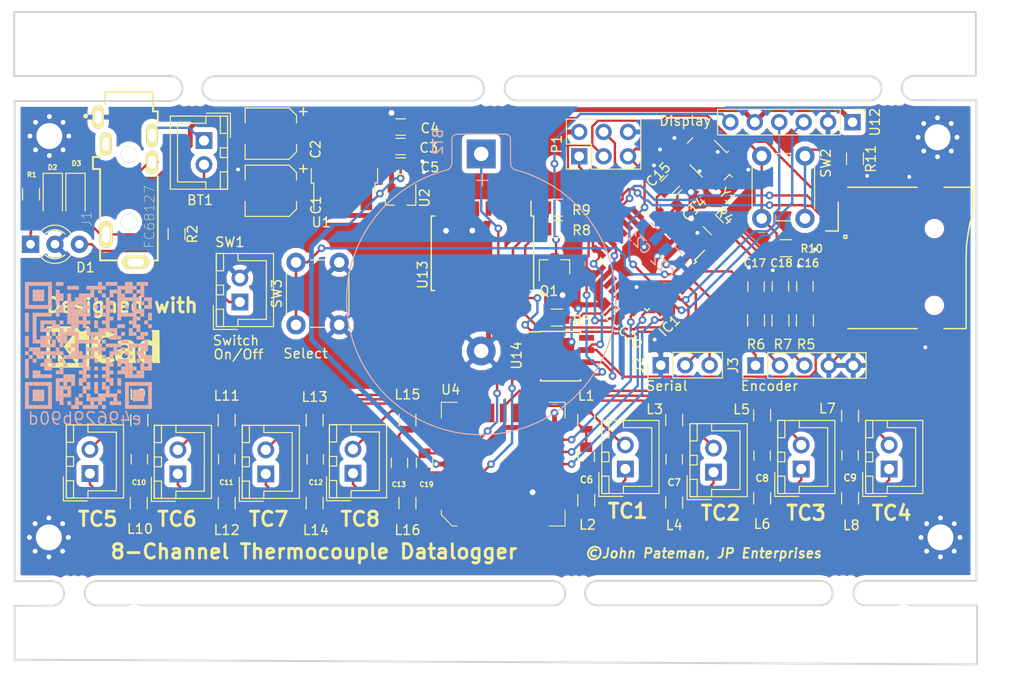
<source format=kicad_pcb>
(kicad_pcb (version 20171130) (host pcbnew "(5.0-dev-4122-gf60c251)")
  (title_block (title "8-Channel Thermocouple Logger") (date 2017-09-06) (rev fc8d01) (company "JP Enterprises"))
  (layers (0 F.Cu signal) (31 B.Cu signal) (34 B.Paste user) (35 F.Paste user) (36 B.SilkS user) (37 F.SilkS user) (38 B.Mask user) (39 F.Mask user) (44 Edge.Cuts user))
  (net 0 "")
  (net 1 "Net-(BT2-Pad1)")
  (net 2 GND)
  (net 3 5V0)
  (net 4 "/Thermocouple connectors/SB1")
  (net 5 "/Thermocouple connectors/SA1")
  (net 6 "/Thermocouple connectors/SA2")
  (net 7 "/Thermocouple connectors/SB2")
  (net 8 "/Thermocouple connectors/SB3")
  (net 9 "/Thermocouple connectors/SA3")
  (net 10 "/Thermocouple connectors/SB4")
  (net 11 "/Thermocouple connectors/SA4")
  (net 12 "/Thermocouple connectors/SB5")
  (net 13 "/Thermocouple connectors/SA5")
  (net 14 "/Thermocouple connectors/SB6")
  (net 15 "/Thermocouple connectors/SA6")
  (net 16 "/Thermocouple connectors/SA7")
  (net 17 "/Thermocouple connectors/SB7")
  (net 18 "/Thermocouple connectors/SA8")
  (net 19 "/Thermocouple connectors/SB8")
  (net 20 3V3)
  (net 21 ENC_SW)
  (net 22 ENC_A)
  (net 23 ENC_B/SW1)
  (net 24 DB_MUX)
  (net 25 DA_MUX)
  (net 26 9V0)
  (net 27 MISO)
  (net 28 SCK)
  (net 29 MOSI)
  (net 30 "Net-(D1-Pad3)")
  (net 31 "Net-(D1-Pad1)")
  (net 32 "Net-(L1-Pad2)")
  (net 33 "Net-(L2-Pad1)")
  (net 34 "Net-(L3-Pad2)")
  (net 35 "Net-(L4-Pad1)")
  (net 36 "Net-(L5-Pad2)")
  (net 37 "Net-(L6-Pad1)")
  (net 38 "Net-(L7-Pad2)")
  (net 39 "Net-(L8-Pad1)")
  (net 40 "Net-(L9-Pad2)")
  (net 41 "Net-(L10-Pad1)")
  (net 42 "Net-(L11-Pad2)")
  (net 43 "Net-(L12-Pad1)")
  (net 44 "Net-(L13-Pad2)")
  (net 45 "Net-(L14-Pad1)")
  (net 46 "Net-(L15-Pad2)")
  (net 47 "Net-(L16-Pad1)")
  (net 48 SCL)
  (net 49 SDA)
  (net 50 "Net-(Q1-Pad3)")
  (net 51 "Net-(D2-Pad2)")
  (net 52 "Net-(D3-Pad2)")
  (net 53 SS0)
  (net 54 Tx)
  (net 55 Rx)
  (net 56 B_LIGHT)
  (net 57 SLCT0)
  (net 58 SLCT1)
  (net 59 SLCT2)
  (net 60 "Net-(BT1-Pad2)")
  (net 61 "Net-(BT1-Pad1)")
  (net 62 "Net-(C14-Pad2)")
  (net 63 "Net-(C15-Pad2)")
  (net 64 RESET)
  (net 65 SS1)
  (net 66 "Net-(J3-Pad3)")
  (net 67 "Net-(J3-Pad2)")
  (net 68 "Net-(J3-Pad1)")
  (net 69 "Net-(R11-Pad1)")
  (net 70 "Net-(CON1-Pad8)")
  (net 71 "Net-(CON1-Pad9)")
  (net 72 "Net-(IC1-Pad22)")
  (net 73 "Net-(IC1-Pad20)")
  (net 74 "Net-(IC1-Pad19)")
  (net 75 "Net-(IC1-Pad13)")
  (net 76 "Net-(IC1-Pad11)")
  (net 77 "Net-(IC1-Pad10)")
  (net 78 "Net-(IC1-Pad9)")
  (net 79 "Net-(J1-Pad5)")
  (net 80 "Net-(J1-Pad6)")
  (net 81 "Net-(Q1-Pad1)")
  (net 82 "Net-(U13-Pad4)")
  (net 83 "Net-(U13-Pad3)")
  (net 84 "Net-(U13-Pad1)")
  (module e49629b90d (layer B.Cu) (at 75.23734 91.79814)
    (fp_text reference QR***** hide)
    (fp_text value e49629b90d (at -0.381 7.5946) (layer B.SilkS) (effects (font (size 1.27 1.27)) (justify mirror)))
  )
  (module Button_Switch_THT:SW_PUSH_6mm_H4.3mm (layer F.Cu) (at 145.24228 78.59776 90)
    (fp_text reference SW2 (at 5.7531 6.6675 90) (layer F.SilkS))
    (fp_text value SW_PUSH)
    (pad 1 thru_hole circle (at 6.5 0 180) (size 2 2) (drill 1.1) (layers *.Cu *.Mask) (net 64 RESET))
    (pad 2 thru_hole circle (at 6.5 4.5 180) (size 2 2) (drill 1.1) (layers *.Cu *.Mask) (net 69 "Net-(R11-Pad1)"))
    (pad 1 thru_hole circle (at 0 0 180) (size 2 2) (drill 1.1) (layers *.Cu *.Mask) (net 64 RESET))
    (pad 2 thru_hole circle (at 0 4.5 180) (size 2 2) (drill 1.1) (layers *.Cu *.Mask) (net 69 "Net-(R11-Pad1)"))
  )
  (module Button_Switch_THT:SW_PUSH_6mm_H4.3mm (layer F.Cu) (at 96.81972 89.662 90)
    (fp_text reference SW3 (at 3.25 -2 90) (layer F.SilkS))
    (fp_text value SW_PUSH)
    (pad 1 thru_hole circle (at 6.5 0 180) (size 2 2) (drill 1.1) (layers *.Cu *.Mask) (net 23 ENC_B/SW1))
    (pad 2 thru_hole circle (at 6.5 4.5 180) (size 2 2) (drill 1.1) (layers *.Cu *.Mask) (net 2 GND))
    (pad 1 thru_hole circle (at 0 0 180) (size 2 2) (drill 1.1) (layers *.Cu *.Mask) (net 23 ENC_B/SW1))
    (pad 2 thru_hole circle (at 0 4.5 180) (size 2 2) (drill 1.1) (layers *.Cu *.Mask) (net 2 GND))
  )
  (module Resistors_SMD:R_0805 (layer F.Cu) (at 123.97232 79.7052 180)
    (fp_text reference R8 (at -2.54 -0.127 180) (layer F.SilkS))
    (fp_text value 4.7k)
    (pad 2 smd rect (at 0.95 0 180) (size 0.7 1.3) (layers F.Cu F.Paste F.Mask) (net 48 SCL))
    (pad 1 smd rect (at -0.95 0 180) (size 0.7 1.3) (layers F.Cu F.Paste F.Mask) (net 20 3V3))
  )
  (module Diodes_SMD:D_SOD-123 (layer F.Cu) (at 71.5264 76.1492 270)
    (fp_text reference D2 (at -2.8702 0.0254) (layer F.SilkS) (effects (font (size 0.5 0.5) (thickness 0.125))))
    (fp_text value 1N4448W-7-F)
    (pad 2 smd rect (at 1.65 0 270) (size 0.9 1.2) (layers F.Cu F.Paste F.Mask) (net 51 "Net-(D2-Pad2)"))
    (pad 1 smd rect (at -1.65 0 270) (size 0.9 1.2) (layers F.Cu F.Paste F.Mask) (net 26 9V0))
  )
  (module Capacitors_SMD:CP_Elec_5x5.3 (layer F.Cu) (at 94.2 69.75 180)
    (fp_text reference C2 (at -4.658 -1.651 270) (layer F.SilkS))
    (fp_text value 100uF)
    (fp_text user + (at -3.38 2.34 180) (layer F.SilkS))
    (pad 2 smd rect (at 2.2 0) (size 3 1.6) (layers F.Cu F.Paste F.Mask) (net 2 GND))
    (pad 1 smd rect (at -2.2 0) (size 3 1.6) (layers F.Cu F.Paste F.Mask) (net 26 9V0))
  )
  (module TO_SOT_Packages_SMD:SOT-23 (layer F.Cu) (at 123.698 83.65236 90)
    (fp_text reference Q1 (at -2.49174 -0.58166 -180) (layer F.SilkS))
    (fp_text value MMBT3904LT1G)
    (pad 3 smd rect (at 1 0 90) (size 0.9 0.8) (layers F.Cu F.Paste F.Mask) (net 50 "Net-(Q1-Pad3)"))
    (pad 2 smd rect (at -1 0.95 90) (size 0.9 0.8) (layers F.Cu F.Paste F.Mask) (net 2 GND))
    (pad 1 smd rect (at -1 -0.95 90) (size 0.9 0.8) (layers F.Cu F.Paste F.Mask) (net 81 "Net-(Q1-Pad1)"))
  )
  (module jp_personal:CLIFF_FC68127 (layer F.Cu) (at 79.44866 74.9554)
    (fp_text reference J1 (at -4.38941 3.71373 90) (layer F.SilkS) (effects (font (size 1.00101 1.00101) (thickness 0.05))))
    (fp_text value FC68127 (at 2.13868 3.47472 90) (layer F.SilkS) (effects (font (size 1.00105 1.00105) (thickness 0.05))))
    (pad Hole thru_hole circle (at 0 4) (size 1.7 1.7) (drill 1.7) (layers *.Cu *.Mask))
    (pad Hole thru_hole circle (at 0 -3) (size 1.7 1.7) (drill 1.7) (layers *.Cu *.Mask))
    (pad 5 thru_hole oval (at 0.7 8.2 180) (size 2.8 1.4) (drill oval 1.7 0.8) (layers *.Cu *.Mask F.SilkS) (net 79 "Net-(J1-Pad5)"))
    (pad 3 thru_hole oval (at -2.4 5.3 90) (size 2.8 1.4) (drill oval 1.7 0.8) (layers *.Cu *.Mask F.SilkS) (net 52 "Net-(D3-Pad2)"))
    (pad 2 thru_hole oval (at 2.4 -2.2 90) (size 2.416 1.208) (drill oval 1.4 0.8) (layers *.Cu *.Mask F.SilkS) (net 51 "Net-(D2-Pad2)"))
    (pad 6 thru_hole oval (at -2.4 -4.1 90) (size 2.416 1.208) (drill oval 1.4 0.7) (layers *.Cu *.Mask F.SilkS) (net 80 "Net-(J1-Pad6)"))
    (pad 4 thru_hole oval (at 2.4 -5 90) (size 2.416 1.208) (drill oval 1.4 0.8) (layers *.Cu *.Mask F.SilkS) (net 61 "Net-(BT1-Pad1)"))
    (pad 1 thru_hole oval (at -3.2 -6.9 90) (size 2.416 1.208) (drill oval 1.4 0.7) (layers *.Cu *.Mask F.SilkS) (net 2 GND))
  )
  (module MountingHole:MountingHole_2.7mm_M2.5_Pad_Via (layer F.Cu) (at 71.1708 70.0278)
    (fp_text reference MK1 hide)
    (fp_text value Mounting_Hole)
    (pad 1 thru_hole circle (at 1.431891 -1.431891) (size 0.8 0.8) (drill 0.5) (layers *.Cu *.Mask) (net 2 GND))
    (pad 1 thru_hole circle (at 0 -2.025) (size 0.8 0.8) (drill 0.5) (layers *.Cu *.Mask) (net 2 GND))
    (pad 1 thru_hole circle (at -1.431891 -1.431891) (size 0.8 0.8) (drill 0.5) (layers *.Cu *.Mask) (net 2 GND))
    (pad 1 thru_hole circle (at -2.025 0) (size 0.8 0.8) (drill 0.5) (layers *.Cu *.Mask) (net 2 GND))
    (pad 1 thru_hole circle (at -1.431891 1.431891) (size 0.8 0.8) (drill 0.5) (layers *.Cu *.Mask) (net 2 GND))
    (pad 1 thru_hole circle (at 0 2.025) (size 0.8 0.8) (drill 0.5) (layers *.Cu *.Mask) (net 2 GND))
    (pad 1 thru_hole circle (at 1.431891 1.431891) (size 0.8 0.8) (drill 0.5) (layers *.Cu *.Mask) (net 2 GND))
    (pad 1 thru_hole circle (at 2.025 0) (size 0.8 0.8) (drill 0.5) (layers *.Cu *.Mask) (net 2 GND))
    (pad 1 thru_hole circle (at 0 0) (size 5.4 5.4) (drill 2.7) (layers *.Cu *.Mask) (net 2 GND))
  )
  (module MountingHole:MountingHole_2.7mm_M2.5_Pad_Via (layer F.Cu) (at 163.5252 70.1548)
    (fp_text reference MK2 hide)
    (fp_text value Mounting_Hole)
    (pad 1 thru_hole circle (at 1.431891 -1.431891) (size 0.8 0.8) (drill 0.5) (layers *.Cu *.Mask) (net 2 GND))
    (pad 1 thru_hole circle (at 0 -2.025) (size 0.8 0.8) (drill 0.5) (layers *.Cu *.Mask) (net 2 GND))
    (pad 1 thru_hole circle (at -1.431891 -1.431891) (size 0.8 0.8) (drill 0.5) (layers *.Cu *.Mask) (net 2 GND))
    (pad 1 thru_hole circle (at -2.025 0) (size 0.8 0.8) (drill 0.5) (layers *.Cu *.Mask) (net 2 GND))
    (pad 1 thru_hole circle (at -1.431891 1.431891) (size 0.8 0.8) (drill 0.5) (layers *.Cu *.Mask) (net 2 GND))
    (pad 1 thru_hole circle (at 0 2.025) (size 0.8 0.8) (drill 0.5) (layers *.Cu *.Mask) (net 2 GND))
    (pad 1 thru_hole circle (at 1.431891 1.431891) (size 0.8 0.8) (drill 0.5) (layers *.Cu *.Mask) (net 2 GND))
    (pad 1 thru_hole circle (at 2.025 0) (size 0.8 0.8) (drill 0.5) (layers *.Cu *.Mask) (net 2 GND))
    (pad 1 thru_hole circle (at 0 0) (size 5.4 5.4) (drill 2.7) (layers *.Cu *.Mask) (net 2 GND))
  )
  (module MountingHole:MountingHole_2.7mm_M2.5_Pad_Via (layer B.Cu) (at 71.12 111.76)
    (fp_text reference MK3 hide)
    (fp_text value Mounting_Hole)
    (pad 1 thru_hole circle (at 1.431891 1.431891) (size 0.8 0.8) (drill 0.5) (layers *.Cu *.Mask) (net 2 GND))
    (pad 1 thru_hole circle (at 0 2.025) (size 0.8 0.8) (drill 0.5) (layers *.Cu *.Mask) (net 2 GND))
    (pad 1 thru_hole circle (at -1.431891 1.431891) (size 0.8 0.8) (drill 0.5) (layers *.Cu *.Mask) (net 2 GND))
    (pad 1 thru_hole circle (at -2.025 0) (size 0.8 0.8) (drill 0.5) (layers *.Cu *.Mask) (net 2 GND))
    (pad 1 thru_hole circle (at -1.431891 -1.431891) (size 0.8 0.8) (drill 0.5) (layers *.Cu *.Mask) (net 2 GND))
    (pad 1 thru_hole circle (at 0 -2.025) (size 0.8 0.8) (drill 0.5) (layers *.Cu *.Mask) (net 2 GND))
    (pad 1 thru_hole circle (at 1.431891 -1.431891) (size 0.8 0.8) (drill 0.5) (layers *.Cu *.Mask) (net 2 GND))
    (pad 1 thru_hole circle (at 2.025 0) (size 0.8 0.8) (drill 0.5) (layers *.Cu *.Mask) (net 2 GND))
    (pad 1 thru_hole circle (at 0 0) (size 5.4 5.4) (drill 2.7) (layers *.Cu *.Mask) (net 2 GND))
  )
  (module MountingHole:MountingHole_2.7mm_M2.5_Pad_Via (layer B.Cu) (at 163.83 111.76)
    (fp_text reference MK4 hide)
    (fp_text value Mounting_Hole)
    (pad 1 thru_hole circle (at 1.431891 1.431891) (size 0.8 0.8) (drill 0.5) (layers *.Cu *.Mask) (net 2 GND))
    (pad 1 thru_hole circle (at 0 2.025) (size 0.8 0.8) (drill 0.5) (layers *.Cu *.Mask) (net 2 GND))
    (pad 1 thru_hole circle (at -1.431891 1.431891) (size 0.8 0.8) (drill 0.5) (layers *.Cu *.Mask) (net 2 GND))
    (pad 1 thru_hole circle (at -2.025 0) (size 0.8 0.8) (drill 0.5) (layers *.Cu *.Mask) (net 2 GND))
    (pad 1 thru_hole circle (at -1.431891 -1.431891) (size 0.8 0.8) (drill 0.5) (layers *.Cu *.Mask) (net 2 GND))
    (pad 1 thru_hole circle (at 0 -2.025) (size 0.8 0.8) (drill 0.5) (layers *.Cu *.Mask) (net 2 GND))
    (pad 1 thru_hole circle (at 1.431891 -1.431891) (size 0.8 0.8) (drill 0.5) (layers *.Cu *.Mask) (net 2 GND))
    (pad 1 thru_hole circle (at 2.025 0) (size 0.8 0.8) (drill 0.5) (layers *.Cu *.Mask) (net 2 GND))
    (pad 1 thru_hole circle (at 0 0) (size 5.4 5.4) (drill 2.7) (layers *.Cu *.Mask) (net 2 GND))
  )
  (module Crystals:Crystal_SMD_Abracon_ABM3B-4pin_5.0x3.2mm (layer F.Cu) (at 139.7 72.39 135)
    (fp_text reference Y1 (at -4.179411 -1.34165 135) (layer F.SilkS))
    (fp_text value Crystal_8MHz)
    (pad 4 smd rect (at -2 -1.200001 135) (size 1.8 1.2) (layers F.Cu F.Paste F.Mask) (net 2 GND))
    (pad 3 smd rect (at 2 -1.200001 135) (size 1.8 1.2) (layers F.Cu F.Paste F.Mask) (net 63 "Net-(C15-Pad2)"))
    (pad 2 smd rect (at 2 1.200001 135) (size 1.8 1.2) (layers F.Cu F.Paste F.Mask) (net 2 GND))
    (pad 1 smd rect (at -2 1.200001 135) (size 1.8 1.2) (layers F.Cu F.Paste F.Mask) (net 62 "Net-(C14-Pad2)"))
  )
  (module Capacitors_SMD:CP_Elec_5x5.3 (layer F.Cu) (at 94.2 75.692 180)
    (fp_text reference C1 (at -4.699 -1.524 270) (layer F.SilkS))
    (fp_text value 100uF)
    (fp_text user + (at -3.38 2.34 180) (layer F.SilkS))
    (pad 1 smd rect (at -2.2 0) (size 3 1.6) (layers F.Cu F.Paste F.Mask) (net 26 9V0))
    (pad 2 smd rect (at 2.2 0) (size 3 1.6) (layers F.Cu F.Paste F.Mask) (net 2 GND))
  )
  (module Connectors_JST:JST_XH_B02B-XH-A_02x2.50mm_Straight (layer F.Cu) (at 87.25 70.5 270)
    (fp_text reference BT1 (at 6.1953 0.40486) (layer F.SilkS))
    (fp_text value Battery)
    (pad 1 thru_hole rect (at 0 0 270) (size 1.75 1.75) (drill 1.05) (layers *.Cu *.Mask) (net 61 "Net-(BT1-Pad1)"))
    (pad 2 thru_hole circle (at 2.5 0 270) (size 1.75 1.75) (drill 1.05) (layers *.Cu *.Mask) (net 60 "Net-(BT1-Pad2)"))
  )
  (module LEDs:LED_D3.0mm-3 (layer F.Cu) (at 69.215 81.28)
    (fp_text reference D1 (at 5.715 2.413) (layer F.SilkS))
    (fp_text value LED_Dual_ACA)
    (pad 3 thru_hole circle (at 5.08 0) (size 1.8 1.8) (drill 0.9) (layers *.Cu *.Mask) (net 30 "Net-(D1-Pad3)"))
    (pad 2 thru_hole circle (at 2.54 0) (size 1.8 1.8) (drill 0.9) (layers *.Cu *.Mask) (net 2 GND))
    (pad 1 thru_hole rect (at 0 0) (size 1.8 1.8) (drill 0.9) (layers *.Cu *.Mask) (net 31 "Net-(D1-Pad1)"))
  )
  (module Mouse_Bites:mouse-bite-2.54mm-slot (layer F.Cu) (at 158.75 65.024)
    (fp_text reference mouse-bite-2.54mm-slot hide)
    (fp_text value VAL** hide)
    (pad "" np_thru_hole circle (at 0.8 1.1) (size 0.5 0.5) (drill 0.5) (layers *.Cu *.Mask))
    (pad "" np_thru_hole circle (at -0.8 1.1) (size 0.5 0.5) (drill 0.5) (layers *.Cu *.Mask))
    (pad "" np_thru_hole circle (at -0.8 -1.1) (size 0.5 0.5) (drill 0.5) (layers *.Cu *.Mask))
    (pad "" np_thru_hole circle (at 0.8 -1.1) (size 0.5 0.5) (drill 0.5) (layers *.Cu *.Mask))
    (pad "" np_thru_hole circle (at 0 1.1) (size 0.5 0.5) (drill 0.5) (layers *.Cu *.Mask))
    (pad "" np_thru_hole circle (at 0 -1.1) (size 0.5 0.5) (drill 0.5) (layers *.Cu *.Mask))
  )
  (module Alignment_Fixtures:Alignment_Hole_2.5mm (layer F.Cu) (at 80 60)
    (fp_text reference Registration_2 hide)
    (fp_text value Alignment_Hole_2.5mm)
    (pad "" np_thru_hole circle (at 0 0) (size 2.5 2.5) (drill 2.5) (layers *.Cu *.Paste *.Mask))
  )
  (module Alignment_Fixtures:Alignment_Hole_2.5mm (layer F.Cu) (at 150 60)
    (fp_text reference Registration_1 hide)
    (fp_text value Alignment_Hole_2.5mm)
    (pad "" np_thru_hole circle (at 0 0) (size 2.5 2.5) (drill 2.5) (layers *.Cu *.Paste *.Mask))
  )
  (module Alignment_Fixtures:Alignment_Hole_2.5mm (layer F.Cu) (at 80 120)
    (fp_text reference Registration_3 hide)
    (fp_text value Alignment_Hole_2.5mm)
    (pad "" np_thru_hole circle (at 0 0) (size 2.5 2.5) (drill 2.5) (layers *.Cu *.Paste *.Mask))
  )
  (module Mouse_Bites:mouse-bite-2.54mm-slot (layer F.Cu) (at 153.6955 117.5434)
    (fp_text reference mouse-bite-2.54mm-slot hide)
    (fp_text value VAL** hide)
    (pad "" np_thru_hole circle (at 0.8 1.1) (size 0.5 0.5) (drill 0.5) (layers *.Cu *.Mask))
    (pad "" np_thru_hole circle (at -0.8 1.1) (size 0.5 0.5) (drill 0.5) (layers *.Cu *.Mask))
    (pad "" np_thru_hole circle (at -0.8 -1.1) (size 0.5 0.5) (drill 0.5) (layers *.Cu *.Mask))
    (pad "" np_thru_hole circle (at 0.8 -1.1) (size 0.5 0.5) (drill 0.5) (layers *.Cu *.Mask))
    (pad "" np_thru_hole circle (at 0 1.1) (size 0.5 0.5) (drill 0.5) (layers *.Cu *.Mask))
    (pad "" np_thru_hole circle (at 0 -1.1) (size 0.5 0.5) (drill 0.5) (layers *.Cu *.Mask))
  )
  (module Mouse_Bites:mouse-bite-2.54mm-slot (layer F.Cu) (at 73.787 117.5639)
    (fp_text reference mouse-bite-2.54mm-slot hide)
    (fp_text value VAL** hide)
    (pad "" np_thru_hole circle (at 0.8 1.1) (size 0.5 0.5) (drill 0.5) (layers *.Cu *.Mask))
    (pad "" np_thru_hole circle (at -0.8 1.1) (size 0.5 0.5) (drill 0.5) (layers *.Cu *.Mask))
    (pad "" np_thru_hole circle (at -0.8 -1.1) (size 0.5 0.5) (drill 0.5) (layers *.Cu *.Mask))
    (pad "" np_thru_hole circle (at 0.8 -1.1) (size 0.5 0.5) (drill 0.5) (layers *.Cu *.Mask))
    (pad "" np_thru_hole circle (at 0 1.1) (size 0.5 0.5) (drill 0.5) (layers *.Cu *.Mask))
    (pad "" np_thru_hole circle (at 0 -1.1) (size 0.5 0.5) (drill 0.5) (layers *.Cu *.Mask))
  )
  (module Mouse_Bites:mouse-bite-2.54mm-slot (layer F.Cu) (at 125.8697 117.5639)
    (fp_text reference mouse-bite-2.54mm-slot)
    (fp_text value VAL** hide)
    (pad "" np_thru_hole circle (at 0.8 1.1) (size 0.5 0.5) (drill 0.5) (layers *.Cu *.Mask))
    (pad "" np_thru_hole circle (at -0.8 1.1) (size 0.5 0.5) (drill 0.5) (layers *.Cu *.Mask))
    (pad "" np_thru_hole circle (at -0.8 -1.1) (size 0.5 0.5) (drill 0.5) (layers *.Cu *.Mask))
    (pad "" np_thru_hole circle (at 0.8 -1.1) (size 0.5 0.5) (drill 0.5) (layers *.Cu *.Mask))
    (pad "" np_thru_hole circle (at 0 1.1) (size 0.5 0.5) (drill 0.5) (layers *.Cu *.Mask))
    (pad "" np_thru_hole circle (at 0 -1.1) (size 0.5 0.5) (drill 0.5) (layers *.Cu *.Mask))
  )
  (module Mouse_Bites:mouse-bite-2.54mm-slot (layer F.Cu) (at 86.0298 65.0748)
    (fp_text reference mouse-bite-2.54mm-slot hide)
    (fp_text value VAL** hide)
    (pad "" np_thru_hole circle (at 0.8 1.1) (size 0.5 0.5) (drill 0.5) (layers *.Cu *.Mask))
    (pad "" np_thru_hole circle (at -0.8 1.1) (size 0.5 0.5) (drill 0.5) (layers *.Cu *.Mask))
    (pad "" np_thru_hole circle (at -0.8 -1.1) (size 0.5 0.5) (drill 0.5) (layers *.Cu *.Mask))
    (pad "" np_thru_hole circle (at 0.8 -1.1) (size 0.5 0.5) (drill 0.5) (layers *.Cu *.Mask))
    (pad "" np_thru_hole circle (at 0 1.1) (size 0.5 0.5) (drill 0.5) (layers *.Cu *.Mask))
    (pad "" np_thru_hole circle (at 0 -1.1) (size 0.5 0.5) (drill 0.5) (layers *.Cu *.Mask))
  )
  (module Mouse_Bites:mouse-bite-2.54mm-slot (layer F.Cu) (at 117.4242 65.0748)
    (fp_text reference mouse-bite-2.54mm-slot hide)
    (fp_text value VAL** hide)
    (pad "" np_thru_hole circle (at 0.8 1.1) (size 0.5 0.5) (drill 0.5) (layers *.Cu *.Mask))
    (pad "" np_thru_hole circle (at -0.8 1.1) (size 0.5 0.5) (drill 0.5) (layers *.Cu *.Mask))
    (pad "" np_thru_hole circle (at -0.8 -1.1) (size 0.5 0.5) (drill 0.5) (layers *.Cu *.Mask))
    (pad "" np_thru_hole circle (at 0.8 -1.1) (size 0.5 0.5) (drill 0.5) (layers *.Cu *.Mask))
    (pad "" np_thru_hole circle (at 0 1.1) (size 0.5 0.5) (drill 0.5) (layers *.Cu *.Mask))
    (pad "" np_thru_hole circle (at 0 -1.1) (size 0.5 0.5) (drill 0.5) (layers *.Cu *.Mask))
  )
  (module Alignment_Fixtures:Alignment_Hole_2.5mm (layer F.Cu) (at 160 120)
    (fp_text reference Registration_4 hide)
    (fp_text value Alignment_Hole_2.5mm)
    (pad "" np_thru_hole circle (at 0 0) (size 2.5 2.5) (drill 2.5) (layers *.Cu *.Paste *.Mask))
  )
  (module Symbols:Symbol_KiCAD-Logo_CopperAndSilkScreenTop (layer F.Cu) (at 76.7842 91.7702)
    (fp_text reference REF** hide)
    (fp_text value "KiCAD Logo" hide)
  )
  (module Housings_QFP:TQFP-32_7x7mm_Pitch0.8mm (layer F.Cu) (at 133.316973 83.076363 225)
    (fp_text reference IC1 (at 3.083403 -6.377371 225) (layer F.SilkS))
    (fp_text value ATMEGA328-P)
    (pad 32 smd rect (at -2.8 -4.25 315) (size 1.6 0.55) (layers F.Cu F.Paste F.Mask) (net 22 ENC_A))
    (pad 31 smd rect (at -2 -4.25 315) (size 1.6 0.55) (layers F.Cu F.Paste F.Mask) (net 54 Tx))
    (pad 30 smd rect (at -1.2 -4.25 315) (size 1.6 0.55) (layers F.Cu F.Paste F.Mask) (net 55 Rx))
    (pad 29 smd rect (at -0.4 -4.25 315) (size 1.6 0.55) (layers F.Cu F.Paste F.Mask) (net 64 RESET))
    (pad 28 smd rect (at 0.4 -4.25 315) (size 1.6 0.55) (layers F.Cu F.Paste F.Mask) (net 48 SCL))
    (pad 27 smd rect (at 1.2 -4.25 315) (size 1.6 0.55) (layers F.Cu F.Paste F.Mask) (net 49 SDA))
    (pad 26 smd rect (at 2 -4.25 315) (size 1.6 0.55) (layers F.Cu F.Paste F.Mask) (net 59 SLCT2))
    (pad 25 smd rect (at 2.8 -4.25 315) (size 1.6 0.55) (layers F.Cu F.Paste F.Mask) (net 58 SLCT1))
    (pad 24 smd rect (at 4.25 -2.8 225) (size 1.6 0.55) (layers F.Cu F.Paste F.Mask) (net 57 SLCT0))
    (pad 23 smd rect (at 4.25 -2 225) (size 1.6 0.55) (layers F.Cu F.Paste F.Mask) (net 56 B_LIGHT))
    (pad 22 smd rect (at 4.25 -1.2 225) (size 1.6 0.55) (layers F.Cu F.Paste F.Mask) (net 72 "Net-(IC1-Pad22)"))
    (pad 21 smd rect (at 4.25 -0.4 225) (size 1.6 0.55) (layers F.Cu F.Paste F.Mask) (net 2 GND))
    (pad 20 smd rect (at 4.25 0.4 225) (size 1.6 0.55) (layers F.Cu F.Paste F.Mask) (net 73 "Net-(IC1-Pad20)"))
    (pad 19 smd rect (at 4.25 1.2 225) (size 1.6 0.55) (layers F.Cu F.Paste F.Mask) (net 74 "Net-(IC1-Pad19)"))
    (pad 18 smd rect (at 4.25 2 225) (size 1.6 0.55) (layers F.Cu F.Paste F.Mask) (net 20 3V3))
    (pad 17 smd rect (at 4.25 2.8 225) (size 1.6 0.55) (layers F.Cu F.Paste F.Mask) (net 28 SCK))
    (pad 16 smd rect (at 2.8 4.25 315) (size 1.6 0.55) (layers F.Cu F.Paste F.Mask) (net 27 MISO))
    (pad 15 smd rect (at 2 4.25 315) (size 1.6 0.55) (layers F.Cu F.Paste F.Mask) (net 29 MOSI))
    (pad 14 smd rect (at 1.2 4.25 315) (size 1.6 0.55) (layers F.Cu F.Paste F.Mask) (net 65 SS1))
    (pad 13 smd rect (at 0.4 4.25 315) (size 1.6 0.55) (layers F.Cu F.Paste F.Mask) (net 75 "Net-(IC1-Pad13)"))
    (pad 12 smd rect (at -0.4 4.25 315) (size 1.6 0.55) (layers F.Cu F.Paste F.Mask) (net 53 SS0))
    (pad 11 smd rect (at -1.2 4.25 315) (size 1.6 0.55) (layers F.Cu F.Paste F.Mask) (net 76 "Net-(IC1-Pad11)"))
    (pad 10 smd rect (at -2 4.25 315) (size 1.6 0.55) (layers F.Cu F.Paste F.Mask) (net 77 "Net-(IC1-Pad10)"))
    (pad 9 smd rect (at -2.8 4.25 315) (size 1.6 0.55) (layers F.Cu F.Paste F.Mask) (net 78 "Net-(IC1-Pad9)"))
    (pad 8 smd rect (at -4.25 2.8 225) (size 1.6 0.55) (layers F.Cu F.Paste F.Mask) (net 63 "Net-(C15-Pad2)"))
    (pad 7 smd rect (at -4.25 2 225) (size 1.6 0.55) (layers F.Cu F.Paste F.Mask) (net 62 "Net-(C14-Pad2)"))
    (pad 6 smd rect (at -4.25 1.2 225) (size 1.6 0.55) (layers F.Cu F.Paste F.Mask) (net 20 3V3))
    (pad 5 smd rect (at -4.25 0.4 225) (size 1.6 0.55) (layers F.Cu F.Paste F.Mask) (net 2 GND))
    (pad 4 smd rect (at -4.25 -0.4 225) (size 1.6 0.55) (layers F.Cu F.Paste F.Mask) (net 20 3V3))
    (pad 3 smd rect (at -4.25 -1.2 225) (size 1.6 0.55) (layers F.Cu F.Paste F.Mask) (net 2 GND))
    (pad 2 smd rect (at -4.25 -2 225) (size 1.6 0.55) (layers F.Cu F.Paste F.Mask) (net 21 ENC_SW))
    (pad 1 smd rect (at -4.25 -2.8 225) (size 1.6 0.55) (layers F.Cu F.Paste F.Mask) (net 23 ENC_B/SW1))
  )
  (module jp_personal:Conn_uSDcard (layer F.Cu) (at 163.195 82.7 90)
    (fp_text reference CON1)
    (fp_text value SD_Card)
    (pad 3 smd rect (at 0 -10.5 90) (size 0.7 1.6) (layers F.Cu F.Paste F.Mask) (net 2 GND))
    (pad "" np_thru_hole circle (at -4.93 0 90) (size 1 1) (drill 1) (layers *.Cu))
    (pad "" np_thru_hole circle (at 3.05 0 90) (size 1 1) (drill 1) (layers *.Cu))
    (pad 2 smd rect (at 1.1 -10.5 90) (size 0.7 1.6) (layers F.Cu F.Paste F.Mask) (net 29 MOSI))
    (pad 1 smd rect (at 2.2 -10.5 90) (size 0.7 1.6) (layers F.Cu F.Paste F.Mask) (net 53 SS0))
    (pad 4 smd rect (at -1.1 -10.5 90) (size 0.7 1.6) (layers F.Cu F.Paste F.Mask) (net 20 3V3))
    (pad 5 smd rect (at -2.2 -10.5 90) (size 0.7 1.6) (layers F.Cu F.Paste F.Mask) (net 28 SCK))
    (pad 6 smd rect (at -3.3 -10.5 90) (size 0.7 1.6) (layers F.Cu F.Paste F.Mask) (net 2 GND))
    (pad 8 smd rect (at -5.5 -10.5 90) (size 0.7 1.6) (layers F.Cu F.Paste F.Mask) (net 70 "Net-(CON1-Pad8)"))
    (pad 7 smd rect (at -4.4 -10.5 90) (size 0.7 1.6) (layers F.Cu F.Paste F.Mask) (net 27 MISO))
    (pad 9 smd rect (at -6.6 -10.5 90) (size 0.7 1.6) (layers F.Cu F.Paste F.Mask) (net 71 "Net-(CON1-Pad9)"))
    (pad 6 smd rect (at -7.75 -10 90) (size 1.2 1.4) (layers F.Cu F.Paste F.Mask) (net 2 GND))
    (pad 6 smd rect (at 6.85 -10 90) (size 1.6 1.4) (layers F.Cu F.Paste F.Mask) (net 2 GND))
    (pad 6 smd rect (at -7.75 -0.4 90) (size 1.2 2.2) (layers F.Cu F.Paste F.Mask) (net 2 GND))
    (pad 6 smd rect (at 7.75 -0.4 90) (size 1.2 2.2) (layers F.Cu F.Paste F.Mask) (net 2 GND))
  )
  (module Connectors_JST:JST_XH_B02B-XH-A_02x2.50mm_Straight (layer F.Cu) (at 90.9828 87.2852 90)
    (fp_text reference SW1 (at 6.223 -1.0414 180) (layer F.SilkS))
    (fp_text value SW_SPST)
    (pad 2 thru_hole circle (at 2.5 0 90) (size 1.75 1.75) (drill 1.05) (layers *.Cu *.Mask) (net 2 GND))
    (pad 1 thru_hole rect (at 0 0 90) (size 1.75 1.75) (drill 1.05) (layers *.Cu *.Mask) (net 60 "Net-(BT1-Pad2)"))
  )
  (module Pin_Headers:Pin_Header_Straight_2x03_Pitch2.54mm (layer F.Cu) (at 126.2634 72.136 90)
    (fp_text reference P1 (at 1.27 -2.33 90) (layer F.SilkS))
    (fp_text value CONN_02X03)
    (pad 6 thru_hole oval (at 2.54 5.08 90) (size 1.7 1.7) (drill 1) (layers *.Cu *.Mask) (net 2 GND))
    (pad 5 thru_hole oval (at 0 5.08 90) (size 1.7 1.7) (drill 1) (layers *.Cu *.Mask) (net 64 RESET))
    (pad 4 thru_hole oval (at 2.54 2.54 90) (size 1.7 1.7) (drill 1) (layers *.Cu *.Mask) (net 29 MOSI))
    (pad 3 thru_hole oval (at 0 2.54 90) (size 1.7 1.7) (drill 1) (layers *.Cu *.Mask) (net 28 SCK))
    (pad 2 thru_hole oval (at 2.54 0 90) (size 1.7 1.7) (drill 1) (layers *.Cu *.Mask) (net 20 3V3))
    (pad 1 thru_hole rect (at 0 0 90) (size 1.7 1.7) (drill 1) (layers *.Cu *.Mask) (net 27 MISO))
  )
  (module Battery_Holders:Keystone_106_1x20mm-CoinCell (layer B.Cu) (at 116.078 71.882 270)
    (fp_text reference BT2 (at -1.25 4.5 270) (layer B.SilkS) (effects (justify mirror)))
    (fp_text value "3V [CR2032]")
    (fp_text user + (at 2.75 0 270) (layer B.SilkS) (effects (font (size 1.5 1.5)) (justify mirror)))
    (pad 1 thru_hole rect (at 0 0 270) (size 3 3) (drill 1.5) (layers *.Cu *.Mask) (net 1 "Net-(BT2-Pad1)"))
    (pad 2 thru_hole circle (at 20.49 0 270) (size 3 3) (drill 1.5) (layers *.Cu *.Mask) (net 2 GND))
  )
  (module Capacitors_SMD:C_0805 (layer F.Cu) (at 137.177773 76.548563 225)
    (fp_text reference C14 (at 0 -1.5 225) (layer F.SilkS))
    (fp_text value 10nF)
    (pad 1 smd rect (at -1 0 225) (size 1 1.25) (layers F.Cu F.Paste F.Mask) (net 2 GND))
    (pad 2 smd rect (at 1 0 225) (size 1 1.25) (layers F.Cu F.Paste F.Mask) (net 62 "Net-(C14-Pad2)"))
  )
  (module Capacitors_SMD:C_0805 (layer F.Cu) (at 135.729973 74.999163 225)
    (fp_text reference C15 (at 0.197148 1.552196 225) (layer F.SilkS))
    (fp_text value 10nF)
    (pad 2 smd rect (at 1 0 225) (size 1 1.25) (layers F.Cu F.Paste F.Mask) (net 63 "Net-(C15-Pad2)"))
    (pad 1 smd rect (at -1 0 225) (size 1 1.25) (layers F.Cu F.Paste F.Mask) (net 2 GND))
  )
  (module Housings_SOIC:SOIC-16W_7.5x10.3mm_Pitch1.27mm (layer F.Cu) (at 116.205 82.218 270)
    (fp_text reference U13 (at 2.237 6.223 270) (layer F.SilkS))
    (fp_text value DS3231)
    (pad 16 smd rect (at 4.65 -4.445 270) (size 1.5 0.6) (layers F.Cu F.Paste F.Mask) (net 48 SCL))
    (pad 15 smd rect (at 4.65 -3.175 270) (size 1.5 0.6) (layers F.Cu F.Paste F.Mask) (net 49 SDA))
    (pad 14 smd rect (at 4.65 -1.905 270) (size 1.5 0.6) (layers F.Cu F.Paste F.Mask) (net 1 "Net-(BT2-Pad1)"))
    (pad 13 smd rect (at 4.65 -0.635 270) (size 1.5 0.6) (layers F.Cu F.Paste F.Mask) (net 2 GND))
    (pad 12 smd rect (at 4.65 0.635 270) (size 1.5 0.6) (layers F.Cu F.Paste F.Mask) (net 2 GND))
    (pad 11 smd rect (at 4.65 1.905 270) (size 1.5 0.6) (layers F.Cu F.Paste F.Mask) (net 2 GND))
    (pad 10 smd rect (at 4.65 3.175 270) (size 1.5 0.6) (layers F.Cu F.Paste F.Mask) (net 2 GND))
    (pad 9 smd rect (at 4.65 4.445 270) (size 1.5 0.6) (layers F.Cu F.Paste F.Mask) (net 2 GND))
    (pad 8 smd rect (at -4.65 4.445 270) (size 1.5 0.6) (layers F.Cu F.Paste F.Mask) (net 2 GND))
    (pad 7 smd rect (at -4.65 3.175 270) (size 1.5 0.6) (layers F.Cu F.Paste F.Mask) (net 2 GND))
    (pad 6 smd rect (at -4.65 1.905 270) (size 1.5 0.6) (layers F.Cu F.Paste F.Mask) (net 2 GND))
    (pad 5 smd rect (at -4.65 0.635 270) (size 1.5 0.6) (layers F.Cu F.Paste F.Mask) (net 2 GND))
    (pad 4 smd rect (at -4.65 -0.635 270) (size 1.5 0.6) (layers F.Cu F.Paste F.Mask) (net 82 "Net-(U13-Pad4)"))
    (pad 3 smd rect (at -4.65 -1.905 270) (size 1.5 0.6) (layers F.Cu F.Paste F.Mask) (net 83 "Net-(U13-Pad3)"))
    (pad 2 smd rect (at -4.65 -3.175 270) (size 1.5 0.6) (layers F.Cu F.Paste F.Mask) (net 20 3V3))
    (pad 1 smd rect (at -4.65 -4.445 270) (size 1.5 0.6) (layers F.Cu F.Paste F.Mask) (net 84 "Net-(U13-Pad1)"))
  )
  (module Capacitors_SMD:C_0805 (layer F.Cu) (at 149.733 85.6488 90)
    (fp_text reference C16 (at 2.413 0.3302 180) (layer F.SilkS) (effects (font (size 0.8 0.8))))
    (fp_text value 100nF)
    (pad 2 smd rect (at 1 0 90) (size 1 1.25) (layers F.Cu F.Paste F.Mask) (net 2 GND))
    (pad 1 smd rect (at -1 0 90) (size 1 1.25) (layers F.Cu F.Paste F.Mask) (net 21 ENC_SW))
  )
  (module Capacitors_SMD:C_0805 (layer F.Cu) (at 144.653 85.6648 90)
    (fp_text reference C17 (at 2.429 -0.127 180) (layer F.SilkS) (effects (font (size 0.8 0.8))))
    (fp_text value 100nF)
    (pad 1 smd rect (at -1 0 90) (size 1 1.25) (layers F.Cu F.Paste F.Mask) (net 22 ENC_A))
    (pad 2 smd rect (at 1 0 90) (size 1 1.25) (layers F.Cu F.Paste F.Mask) (net 2 GND))
  )
  (module Resistors_SMD:R_0805 (layer F.Cu) (at 149.733 89.2048 90)
    (fp_text reference R5 (at -2.4892 0.127 180) (layer F.SilkS))
    (fp_text value 22k)
    (pad 2 smd rect (at 0.95 0 90) (size 0.7 1.3) (layers F.Cu F.Paste F.Mask) (net 21 ENC_SW))
    (pad 1 smd rect (at -0.95 0 90) (size 0.7 1.3) (layers F.Cu F.Paste F.Mask) (net 68 "Net-(J3-Pad1)"))
  )
  (module Resistors_SMD:R_0805 (layer F.Cu) (at 144.653 89.2048 90)
    (fp_text reference R6 (at -2.4892 0 180) (layer F.SilkS))
    (fp_text value 22k)
    (pad 1 smd rect (at -0.95 0 90) (size 0.7 1.3) (layers F.Cu F.Paste F.Mask) (net 67 "Net-(J3-Pad2)"))
    (pad 2 smd rect (at 0.95 0 90) (size 0.7 1.3) (layers F.Cu F.Paste F.Mask) (net 22 ENC_A))
  )
  (module Resistors_SMD:R_0805 (layer F.Cu) (at 147.193 89.2048 90)
    (fp_text reference R7 (at -2.4892 0.254 180) (layer F.SilkS))
    (fp_text value 22k)
    (pad 1 smd rect (at -0.95 0 90) (size 0.7 1.3) (layers F.Cu F.Paste F.Mask) (net 66 "Net-(J3-Pad3)"))
    (pad 2 smd rect (at 0.95 0 90) (size 0.7 1.3) (layers F.Cu F.Paste F.Mask) (net 23 ENC_B/SW1))
  )
  (module Capacitors_SMD:C_0805 (layer F.Cu) (at 147.193 85.6488 90)
    (fp_text reference C18 (at 2.413 0.1016 180) (layer F.SilkS) (effects (font (size 0.8 0.8))))
    (fp_text value 100nF)
    (pad 2 smd rect (at 1 0 90) (size 1 1.25) (layers F.Cu F.Paste F.Mask) (net 2 GND))
    (pad 1 smd rect (at -1 0 90) (size 1 1.25) (layers F.Cu F.Paste F.Mask) (net 23 ENC_B/SW1))
  )
  (module Pin_Headers:Pin_Header_Straight_1x05_Pitch2.54mm (layer F.Cu) (at 144.6022 93.8784 90)
    (fp_text reference J3 (at 0 -2.33 90) (layer F.SilkS))
    (fp_text value CONN_01X05)
    (pad 5 thru_hole oval (at 0 10.16 90) (size 1.7 1.7) (drill 1) (layers *.Cu *.Mask) (net 2 GND))
    (pad 4 thru_hole oval (at 0 7.62 90) (size 1.7 1.7) (drill 1) (layers *.Cu *.Mask) (net 2 GND))
    (pad 3 thru_hole oval (at 0 5.08 90) (size 1.7 1.7) (drill 1) (layers *.Cu *.Mask) (net 66 "Net-(J3-Pad3)"))
    (pad 2 thru_hole oval (at 0 2.54 90) (size 1.7 1.7) (drill 1) (layers *.Cu *.Mask) (net 67 "Net-(J3-Pad2)"))
    (pad 1 thru_hole rect (at 0 0 90) (size 1.7 1.7) (drill 1) (layers *.Cu *.Mask) (net 68 "Net-(J3-Pad1)"))
  )
  (module Inductors_SMD:L_0805 (layer F.Cu) (at 127 107.8992 90)
    (fp_text reference L2 (at -2.54 0.127 180) (layer F.SilkS))
    (fp_text value Ferrite_Bead_Small)
    (pad 2 smd rect (at 0.95 0 90) (size 0.7 1.3) (layers F.Cu F.Paste F.Mask) (net 4 "/Thermocouple connectors/SB1"))
    (pad 1 smd rect (at -0.95 0 90) (size 0.7 1.3) (layers F.Cu F.Paste F.Mask) (net 33 "Net-(L2-Pad1)"))
  )
  (module Inductors_SMD:L_0805 (layer F.Cu) (at 98.7552 108.204 90)
    (fp_text reference L14 (at -2.794 0.127 180) (layer F.SilkS))
    (fp_text value Ferrite_Bead_Small)
    (pad 1 smd rect (at -0.95 0 90) (size 0.7 1.3) (layers F.Cu F.Paste F.Mask) (net 45 "Net-(L14-Pad1)"))
    (pad 2 smd rect (at 0.95 0 90) (size 0.7 1.3) (layers F.Cu F.Paste F.Mask) (net 17 "/Thermocouple connectors/SB7"))
  )
  (module Connectors_JST:JST_XH_B02B-XH-A_02x2.50mm_Straight (layer F.Cu) (at 140.2334 104.9782 90)
    (fp_text reference U5 hide)
    (fp_text value TC_Connector)
    (pad 1 thru_hole rect (at 0 0 90) (size 1.75 1.75) (drill 1.05) (layers *.Cu *.Mask) (net 35 "Net-(L4-Pad1)"))
    (pad 2 thru_hole circle (at 2.5 0 90) (size 1.75 1.75) (drill 1.05) (layers *.Cu *.Mask) (net 34 "Net-(L3-Pad2)"))
  )
  (module Housings_LCC:PLCC-28 (layer F.Cu) (at 118.364 104.14 90)
    (fp_text reference U4 (at 7.747 -5.461 180) (layer F.SilkS))
    (fp_text value ADG407BPZ)
    (pad 25 smd rect (at 5.3225 -3.81 90) (size 1.925 0.7) (layers F.Cu F.Paste F.Mask) (net 16 "/Thermocouple connectors/SA7"))
    (pad 24 smd rect (at 5.3225 -2.54 90) (size 1.925 0.7) (layers F.Cu F.Paste F.Mask) (net 15 "/Thermocouple connectors/SA6"))
    (pad 23 smd rect (at 5.3225 -1.27 90) (size 1.925 0.7) (layers F.Cu F.Paste F.Mask) (net 13 "/Thermocouple connectors/SA5"))
    (pad 22 smd rect (at 5.3225 0 90) (size 1.925 0.7) (layers F.Cu F.Paste F.Mask) (net 11 "/Thermocouple connectors/SA4"))
    (pad 21 smd rect (at 5.3225 1.27 90) (size 1.925 0.7) (layers F.Cu F.Paste F.Mask) (net 9 "/Thermocouple connectors/SA3"))
    (pad 20 smd rect (at 5.3225 2.54 90) (size 1.925 0.7) (layers F.Cu F.Paste F.Mask) (net 6 "/Thermocouple connectors/SA2"))
    (pad 19 smd rect (at 5.3225 3.81 90) (size 1.925 0.7) (layers F.Cu F.Paste F.Mask) (net 5 "/Thermocouple connectors/SA1"))
    (pad 18 smd rect (at 3.81 5.3225 90) (size 0.7 1.925) (layers F.Cu F.Paste F.Mask) (net 3 5V0))
    (pad 17 smd rect (at 2.54 5.3225 90) (size 0.7 1.925) (layers F.Cu F.Paste F.Mask) (net 57 SLCT0))
    (pad 16 smd rect (at 1.27 5.3225 90) (size 0.7 1.925) (layers F.Cu F.Paste F.Mask) (net 58 SLCT1))
    (pad 15 smd rect (at 0 5.3225 90) (size 0.7 1.925) (layers F.Cu F.Paste F.Mask) (net 59 SLCT2))
    (pad 14 smd rect (at -1.27 5.3225 90) (size 0.7 1.925) (layers F.Cu F.Paste F.Mask))
    (pad 13 smd rect (at -2.54 5.3225 90) (size 0.7 1.925) (layers F.Cu F.Paste F.Mask))
    (pad 12 smd rect (at -3.81 5.3225 90) (size 0.7 1.925) (layers F.Cu F.Paste F.Mask) (net 2 GND))
    (pad 11 smd rect (at -5.3225 3.81 90) (size 1.925 0.7) (layers F.Cu F.Paste F.Mask) (net 4 "/Thermocouple connectors/SB1"))
    (pad 10 smd rect (at -5.3225 2.54 90) (size 1.925 0.7) (layers F.Cu F.Paste F.Mask) (net 7 "/Thermocouple connectors/SB2"))
    (pad 9 smd rect (at -5.3225 1.27 90) (size 1.925 0.7) (layers F.Cu F.Paste F.Mask) (net 8 "/Thermocouple connectors/SB3"))
    (pad 8 smd rect (at -5.3225 0 90) (size 1.925 0.7) (layers F.Cu F.Paste F.Mask) (net 10 "/Thermocouple connectors/SB4"))
    (pad 7 smd rect (at -5.3225 -1.27 90) (size 1.925 0.7) (layers F.Cu F.Paste F.Mask) (net 12 "/Thermocouple connectors/SB5"))
    (pad 6 smd rect (at -5.3225 -2.54 90) (size 1.925 0.7) (layers F.Cu F.Paste F.Mask) (net 14 "/Thermocouple connectors/SB6"))
    (pad 5 smd rect (at -5.3225 -3.81 90) (size 1.925 0.7) (layers F.Cu F.Paste F.Mask) (net 17 "/Thermocouple connectors/SB7"))
    (pad 26 smd rect (at 3.81 -5.3225 90) (size 0.7 1.925) (layers F.Cu F.Paste F.Mask) (net 18 "/Thermocouple connectors/SA8"))
    (pad 27 smd rect (at 2.54 -5.3225 90) (size 0.7 1.925) (layers F.Cu F.Paste F.Mask))
    (pad 28 smd rect (at 1.27 -5.3225 90) (size 0.7 1.925) (layers F.Cu F.Paste F.Mask) (net 25 DA_MUX))
    (pad 4 smd rect (at -3.81 -5.3225 90) (size 0.7 1.925) (layers F.Cu F.Paste F.Mask) (net 19 "/Thermocouple connectors/SB8"))
    (pad 3 smd rect (at -2.54 -5.3225 90) (size 0.7 1.925) (layers F.Cu F.Paste F.Mask))
    (pad 2 smd rect (at -1.27 -5.3225 90) (size 0.7 1.925) (layers F.Cu F.Paste F.Mask) (net 24 DB_MUX))
    (pad 1 smd rect (at 0 -5.3225 90) (size 0.7 1.925) (layers F.Cu F.Paste F.Mask) (net 3 5V0))
  )
  (module Inductors_SMD:L_0805 (layer F.Cu) (at 136.144 99.552 90)
    (fp_text reference L3 (at 1.127 -2.032 180) (layer F.SilkS))
    (fp_text value Ferrite_Bead_Small)
    (pad 1 smd rect (at -0.95 0 90) (size 0.7 1.3) (layers F.Cu F.Paste F.Mask) (net 6 "/Thermocouple connectors/SA2"))
    (pad 2 smd rect (at 0.95 0 90) (size 0.7 1.3) (layers F.Cu F.Paste F.Mask) (net 34 "Net-(L3-Pad2)"))
  )
  (module Capacitors_SMD:C_0805 (layer F.Cu) (at 107.696 71.12 180)
    (fp_text reference C3 (at -2.921 -0.127 180) (layer F.SilkS))
    (fp_text value 100nF)
    (pad 2 smd rect (at 1 0 180) (size 1 1.25) (layers F.Cu F.Paste F.Mask) (net 2 GND))
    (pad 1 smd rect (at -1 0 180) (size 1 1.25) (layers F.Cu F.Paste F.Mask) (net 3 5V0))
  )
  (module Capacitors_SMD:C_0805 (layer F.Cu) (at 107.696 69.088 180)
    (fp_text reference C4 (at -3.048 -0.127 180) (layer F.SilkS))
    (fp_text value 10uF)
    (pad 1 smd rect (at -1 0 180) (size 1 1.25) (layers F.Cu F.Paste F.Mask) (net 3 5V0))
    (pad 2 smd rect (at 1 0 180) (size 1 1.25) (layers F.Cu F.Paste F.Mask) (net 2 GND))
  )
  (module Capacitors_SMD:C_0805 (layer F.Cu) (at 107.696 73.152)
    (fp_text reference C5 (at 3.048 0.127) (layer F.SilkS))
    (fp_text value 1uF)
    (pad 2 smd rect (at 1 0) (size 1 1.25) (layers F.Cu F.Paste F.Mask) (net 2 GND))
    (pad 1 smd rect (at -1 0) (size 1 1.25) (layers F.Cu F.Paste F.Mask) (net 20 3V3))
  )
  (module Capacitors_SMD:C_0805 (layer F.Cu) (at 127 103.378 270)
    (fp_text reference C6 (at 2.3876 -0.0254 180) (layer F.SilkS) (effects (font (size 0.7 0.7))))
    (fp_text value 10nF)
    (pad 2 smd rect (at 1 0 270) (size 1 1.25) (layers F.Cu F.Paste F.Mask) (net 4 "/Thermocouple connectors/SB1"))
    (pad 1 smd rect (at -1 0 270) (size 1 1.25) (layers F.Cu F.Paste F.Mask) (net 5 "/Thermocouple connectors/SA1"))
  )
  (module Capacitors_SMD:C_0805 (layer F.Cu) (at 136.144 103.648 270)
    (fp_text reference C7 (at 2.397 0 180) (layer F.SilkS) (effects (font (size 0.7 0.7))))
    (fp_text value 10nF)
    (pad 2 smd rect (at 1 0 270) (size 1 1.25) (layers F.Cu F.Paste F.Mask) (net 7 "/Thermocouple connectors/SB2"))
    (pad 1 smd rect (at -1 0 270) (size 1 1.25) (layers F.Cu F.Paste F.Mask) (net 6 "/Thermocouple connectors/SA2"))
  )
  (module Capacitors_SMD:C_0805 (layer F.Cu) (at 145.288 103.251 270)
    (fp_text reference C8 (at 2.3622 0 180) (layer F.SilkS) (effects (font (size 0.7 0.7))))
    (fp_text value 10nF)
    (pad 2 smd rect (at 1 0 270) (size 1 1.25) (layers F.Cu F.Paste F.Mask) (net 8 "/Thermocouple connectors/SB3"))
    (pad 1 smd rect (at -1 0 270) (size 1 1.25) (layers F.Cu F.Paste F.Mask) (net 9 "/Thermocouple connectors/SA3"))
  )
  (module Capacitors_SMD:C_0805 (layer F.Cu) (at 154.432 103.2256 270)
    (fp_text reference C9 (at 2.3368 0) (layer F.SilkS) (effects (font (size 0.7 0.7))))
    (fp_text value 10nF)
    (pad 1 smd rect (at -1 0 270) (size 1 1.25) (layers F.Cu F.Paste F.Mask) (net 11 "/Thermocouple connectors/SA4"))
    (pad 2 smd rect (at 1 0 270) (size 1 1.25) (layers F.Cu F.Paste F.Mask) (net 10 "/Thermocouple connectors/SB4"))
  )
  (module Capacitors_SMD:C_0805 (layer F.Cu) (at 80.530428 103.632 270)
    (fp_text reference C10 (at 2.413 0.037828 180) (layer F.SilkS) (effects (font (size 0.5 0.5) (thickness 0.125))))
    (fp_text value 10nF)
    (pad 1 smd rect (at -1 0 270) (size 1 1.25) (layers F.Cu F.Paste F.Mask) (net 13 "/Thermocouple connectors/SA5"))
    (pad 2 smd rect (at 1 0 270) (size 1 1.25) (layers F.Cu F.Paste F.Mask) (net 12 "/Thermocouple connectors/SB5"))
  )
  (module Capacitors_SMD:C_0805 (layer F.Cu) (at 89.6112 103.632 270)
    (fp_text reference C11 (at 2.413 0.0254 180) (layer F.SilkS) (effects (font (size 0.5 0.5) (thickness 0.125))))
    (fp_text value 10nF)
    (pad 1 smd rect (at -1 0 270) (size 1 1.25) (layers F.Cu F.Paste F.Mask) (net 15 "/Thermocouple connectors/SA6"))
    (pad 2 smd rect (at 1 0 270) (size 1 1.25) (layers F.Cu F.Paste F.Mask) (net 14 "/Thermocouple connectors/SB6"))
  )
  (module Capacitors_SMD:C_0805 (layer F.Cu) (at 98.818428 103.65928 270)
    (fp_text reference C12 (at 2.38572 -0.063772 180) (layer F.SilkS) (effects (font (size 0.5 0.5) (thickness 0.125))))
    (fp_text value 10nF)
    (pad 2 smd rect (at 1 0 270) (size 1 1.25) (layers F.Cu F.Paste F.Mask) (net 17 "/Thermocouple connectors/SB7"))
    (pad 1 smd rect (at -1 0 270) (size 1 1.25) (layers F.Cu F.Paste F.Mask) (net 16 "/Thermocouple connectors/SA7"))
  )
  (module Capacitors_SMD:C_0805 (layer F.Cu) (at 107.569 104.013 270)
    (fp_text reference C13 (at 2.2352 0.0508) (layer F.SilkS) (effects (font (size 0.5 0.5) (thickness 0.125))))
    (fp_text value 10nF)
    (pad 1 smd rect (at -1 0 270) (size 1 1.25) (layers F.Cu F.Paste F.Mask) (net 18 "/Thermocouple connectors/SA8"))
    (pad 2 smd rect (at 1 0 270) (size 1 1.25) (layers F.Cu F.Paste F.Mask) (net 19 "/Thermocouple connectors/SB8"))
  )
  (module Inductors_SMD:L_0805 (layer F.Cu) (at 127 99.568 90)
    (fp_text reference L1 (at 2.54 0 180) (layer F.SilkS))
    (fp_text value Ferrite_Bead_Small)
    (pad 1 smd rect (at -0.95 0 90) (size 0.7 1.3) (layers F.Cu F.Paste F.Mask) (net 5 "/Thermocouple connectors/SA1"))
    (pad 2 smd rect (at 0.95 0 90) (size 0.7 1.3) (layers F.Cu F.Paste F.Mask) (net 32 "Net-(L1-Pad2)"))
  )
  (module Inductors_SMD:L_0805 (layer F.Cu) (at 136.144 108.138 90)
    (fp_text reference L4 (at -2.352 0 180) (layer F.SilkS))
    (fp_text value Ferrite_Bead_Small)
    (pad 2 smd rect (at 0.95 0 90) (size 0.7 1.3) (layers F.Cu F.Paste F.Mask) (net 7 "/Thermocouple connectors/SB2"))
    (pad 1 smd rect (at -0.95 0 90) (size 0.7 1.3) (layers F.Cu F.Paste F.Mask) (net 35 "Net-(L4-Pad1)"))
  )
  (module Inductors_SMD:L_0805 (layer F.Cu) (at 145.288 99.06 90)
    (fp_text reference L5 (at 0.6096 -2.1336 180) (layer F.SilkS))
    (fp_text value Ferrite_Bead_Small)
    (pad 2 smd rect (at 0.95 0 90) (size 0.7 1.3) (layers F.Cu F.Paste F.Mask) (net 36 "Net-(L5-Pad2)"))
    (pad 1 smd rect (at -0.95 0 90) (size 0.7 1.3) (layers F.Cu F.Paste F.Mask) (net 9 "/Thermocouple connectors/SA3"))
  )
  (module Inductors_SMD:L_0805 (layer F.Cu) (at 145.288 107.696 90)
    (fp_text reference L6 (at -2.667 0 180) (layer F.SilkS))
    (fp_text value Ferrite_Bead_Small)
    (pad 1 smd rect (at -0.95 0 90) (size 0.7 1.3) (layers F.Cu F.Paste F.Mask) (net 37 "Net-(L6-Pad1)"))
    (pad 2 smd rect (at 0.95 0 90) (size 0.7 1.3) (layers F.Cu F.Paste F.Mask) (net 8 "/Thermocouple connectors/SB3"))
  )
  (module Inductors_SMD:L_0805 (layer F.Cu) (at 154.432 99.126 90)
    (fp_text reference L7 (at 0.7772 -2.3622 180) (layer F.SilkS))
    (fp_text value Ferrite_Bead_Small)
    (pad 2 smd rect (at 0.95 0 90) (size 0.7 1.3) (layers F.Cu F.Paste F.Mask) (net 38 "Net-(L7-Pad2)"))
    (pad 1 smd rect (at -0.95 0 90) (size 0.7 1.3) (layers F.Cu F.Paste F.Mask) (net 11 "/Thermocouple connectors/SA4"))
  )
  (module Inductors_SMD:L_0805 (layer F.Cu) (at 154.432 107.696 90)
    (fp_text reference L8 (at -2.794 0.127 180) (layer F.SilkS))
    (fp_text value Ferrite_Bead_Small)
    (pad 1 smd rect (at -0.95 0 90) (size 0.7 1.3) (layers F.Cu F.Paste F.Mask) (net 39 "Net-(L8-Pad1)"))
    (pad 2 smd rect (at 0.95 0 90) (size 0.7 1.3) (layers F.Cu F.Paste F.Mask) (net 10 "/Thermocouple connectors/SB4"))
  )
  (module Inductors_SMD:L_0805 (layer F.Cu) (at 80.530428 99.568 90)
    (fp_text reference L9 (at 2.667 -0.190228 180) (layer F.SilkS))
    (fp_text value Ferrite_Bead_Small)
    (pad 2 smd rect (at 0.95 0 90) (size 0.7 1.3) (layers F.Cu F.Paste F.Mask) (net 40 "Net-(L9-Pad2)"))
    (pad 1 smd rect (at -0.95 0 90) (size 0.7 1.3) (layers F.Cu F.Paste F.Mask) (net 13 "/Thermocouple connectors/SA5"))
  )
  (module Inductors_SMD:L_0805 (layer F.Cu) (at 80.4672 108.204 90)
    (fp_text reference L10 (at -2.667 0.127 180) (layer F.SilkS))
    (fp_text value Ferrite_Bead_Small)
    (pad 1 smd rect (at -0.95 0 90) (size 0.7 1.3) (layers F.Cu F.Paste F.Mask) (net 41 "Net-(L10-Pad1)"))
    (pad 2 smd rect (at 0.95 0 90) (size 0.7 1.3) (layers F.Cu F.Paste F.Mask) (net 12 "/Thermocouple connectors/SB5"))
  )
  (module Inductors_SMD:L_0805 (layer F.Cu) (at 89.6112 99.568 90)
    (fp_text reference L11 (at 2.54 0 180) (layer F.SilkS))
    (fp_text value Ferrite_Bead_Small)
    (pad 1 smd rect (at -0.95 0 90) (size 0.7 1.3) (layers F.Cu F.Paste F.Mask) (net 15 "/Thermocouple connectors/SA6"))
    (pad 2 smd rect (at 0.95 0 90) (size 0.7 1.3) (layers F.Cu F.Paste F.Mask) (net 42 "Net-(L11-Pad2)"))
  )
  (module Inductors_SMD:L_0805 (layer F.Cu) (at 89.6112 108.204 90)
    (fp_text reference L12 (at -2.794 0 180) (layer F.SilkS))
    (fp_text value Ferrite_Bead_Small)
    (pad 2 smd rect (at 0.95 0 90) (size 0.7 1.3) (layers F.Cu F.Paste F.Mask) (net 14 "/Thermocouple connectors/SB6"))
    (pad 1 smd rect (at -0.95 0 90) (size 0.7 1.3) (layers F.Cu F.Paste F.Mask) (net 43 "Net-(L12-Pad1)"))
  )
  (module Inductors_SMD:L_0805 (layer F.Cu) (at 98.7552 99.568 90)
    (fp_text reference L13 (at 2.413 0 180) (layer F.SilkS))
    (fp_text value Ferrite_Bead_Small)
    (pad 2 smd rect (at 0.95 0 90) (size 0.7 1.3) (layers F.Cu F.Paste F.Mask) (net 44 "Net-(L13-Pad2)"))
    (pad 1 smd rect (at -0.95 0 90) (size 0.7 1.3) (layers F.Cu F.Paste F.Mask) (net 16 "/Thermocouple connectors/SA7"))
  )
  (module Inductors_SMD:L_0805 (layer F.Cu) (at 108.4072 99.568 90)
    (fp_text reference L15 (at 2.667 0 180) (layer F.SilkS))
    (fp_text value Ferrite_Bead_Small)
    (pad 1 smd rect (at -0.95 0 90) (size 0.7 1.3) (layers F.Cu F.Paste F.Mask) (net 18 "/Thermocouple connectors/SA8"))
    (pad 2 smd rect (at 0.95 0 90) (size 0.7 1.3) (layers F.Cu F.Paste F.Mask) (net 46 "Net-(L15-Pad2)"))
  )
  (module Inductors_SMD:L_0805 (layer F.Cu) (at 108.4072 108.204 90)
    (fp_text reference L16 (at -2.794 0 180) (layer F.SilkS))
    (fp_text value Ferrite_Bead_Small)
    (pad 2 smd rect (at 0.95 0 90) (size 0.7 1.3) (layers F.Cu F.Paste F.Mask) (net 19 "/Thermocouple connectors/SB8"))
    (pad 1 smd rect (at -0.95 0 90) (size 0.7 1.3) (layers F.Cu F.Paste F.Mask) (net 47 "Net-(L16-Pad1)"))
  )
  (module Resistors_SMD:R_0805 (layer F.Cu) (at 69.2658 76.0832 270)
    (fp_text reference R1 (at -2.0422 -0.0762) (layer F.SilkS) (effects (font (size 0.5 0.5) (thickness 0.125))))
    (fp_text value 750R)
    (pad 2 smd rect (at 0.95 0 270) (size 0.7 1.3) (layers F.Cu F.Paste F.Mask) (net 31 "Net-(D1-Pad1)"))
    (pad 1 smd rect (at -0.95 0 270) (size 0.7 1.3) (layers F.Cu F.Paste F.Mask) (net 51 "Net-(D2-Pad2)"))
  )
  (module Resistors_SMD:R_0805 (layer F.Cu) (at 84.40166 80.2259 270)
    (fp_text reference R2 (at 0 -1.65 270) (layer F.SilkS))
    (fp_text value 750R)
    (pad 2 smd rect (at 0.95 0 270) (size 0.7 1.3) (layers F.Cu F.Paste F.Mask) (net 30 "Net-(D1-Pad3)"))
    (pad 1 smd rect (at -0.95 0 270) (size 0.7 1.3) (layers F.Cu F.Paste F.Mask) (net 52 "Net-(D3-Pad2)"))
  )
  (module Resistors_SMD:R_0805 (layer F.Cu) (at 123.952 88.9 180)
    (fp_text reference R3 (at -2.5781 -0.32004 180) (layer F.SilkS))
    (fp_text value 10k)
    (pad 1 smd rect (at -0.95 0 180) (size 0.7 1.3) (layers F.Cu F.Paste F.Mask) (net 56 B_LIGHT))
    (pad 2 smd rect (at 0.95 0 180) (size 0.7 1.3) (layers F.Cu F.Paste F.Mask) (net 81 "Net-(Q1-Pad1)"))
  )
  (module Resistors_SMD:R_0805 (layer F.Cu) (at 140.208 79.248 315)
    (fp_text reference R4 (at 0.188 -1.524 315) (layer F.SilkS))
    (fp_text value 10k)
    (pad 2 smd rect (at 0.949999 0 315) (size 0.7 1.3) (layers F.Cu F.Paste F.Mask) (net 23 ENC_B/SW1))
    (pad 1 smd rect (at -0.949999 0 315) (size 0.7 1.3) (layers F.Cu F.Paste F.Mask) (net 20 3V3))
  )
  (module Connectors_JST:JST_XH_B02B-XH-A_02x2.50mm_Straight (layer F.Cu) (at 149.352 104.648 90)
    (fp_text reference U6 hide)
    (fp_text value TC_Connector)
    (pad 2 thru_hole circle (at 2.5 0 90) (size 1.75 1.75) (drill 1.05) (layers *.Cu *.Mask) (net 36 "Net-(L5-Pad2)"))
    (pad 1 thru_hole rect (at 0 0 90) (size 1.75 1.75) (drill 1.05) (layers *.Cu *.Mask) (net 37 "Net-(L6-Pad1)"))
  )
  (module Connectors_JST:JST_XH_B02B-XH-A_02x2.50mm_Straight (layer F.Cu) (at 158.496 104.648 90)
    (fp_text reference U7 hide)
    (fp_text value TC_Connector)
    (pad 1 thru_hole rect (at 0 0 90) (size 1.75 1.75) (drill 1.05) (layers *.Cu *.Mask) (net 39 "Net-(L8-Pad1)"))
    (pad 2 thru_hole circle (at 2.5 0 90) (size 1.75 1.75) (drill 1.05) (layers *.Cu *.Mask) (net 38 "Net-(L7-Pad2)"))
  )
  (module Connectors_JST:JST_XH_B02B-XH-A_02x2.50mm_Straight (layer F.Cu) (at 75.3872 105.116 90)
    (fp_text reference U8 hide)
    (fp_text value TC_Connector)
    (pad 2 thru_hole circle (at 2.5 0 90) (size 1.75 1.75) (drill 1.05) (layers *.Cu *.Mask) (net 40 "Net-(L9-Pad2)"))
    (pad 1 thru_hole rect (at 0 0 90) (size 1.75 1.75) (drill 1.05) (layers *.Cu *.Mask) (net 41 "Net-(L10-Pad1)"))
  )
  (module Connectors_JST:JST_XH_B02B-XH-A_02x2.50mm_Straight (layer F.Cu) (at 84.5312 105.156 90)
    (fp_text reference U9 hide)
    (fp_text value TC_Connector)
    (pad 1 thru_hole rect (at 0 0 90) (size 1.75 1.75) (drill 1.05) (layers *.Cu *.Mask) (net 43 "Net-(L12-Pad1)"))
    (pad 2 thru_hole circle (at 2.5 0 90) (size 1.75 1.75) (drill 1.05) (layers *.Cu *.Mask) (net 42 "Net-(L11-Pad2)"))
  )
  (module Connectors_JST:JST_XH_B02B-XH-A_02x2.50mm_Straight (layer F.Cu) (at 93.6752 105.156 90)
    (fp_text reference U10 hide)
    (fp_text value TC_Connector)
    (pad 2 thru_hole circle (at 2.5 0 90) (size 1.75 1.75) (drill 1.05) (layers *.Cu *.Mask) (net 44 "Net-(L13-Pad2)"))
    (pad 1 thru_hole rect (at 0 0 90) (size 1.75 1.75) (drill 1.05) (layers *.Cu *.Mask) (net 45 "Net-(L14-Pad1)"))
  )
  (module Connectors_JST:JST_XH_B02B-XH-A_02x2.50mm_Straight (layer F.Cu) (at 102.743 105.0906 90)
    (fp_text reference U11 hide)
    (fp_text value TC_Connector)
    (pad 1 thru_hole rect (at 0 0 90) (size 1.75 1.75) (drill 1.05) (layers *.Cu *.Mask) (net 47 "Net-(L16-Pad1)"))
    (pad 2 thru_hole circle (at 2.5 0 90) (size 1.75 1.75) (drill 1.05) (layers *.Cu *.Mask) (net 46 "Net-(L15-Pad2)"))
  )
  (module Connectors_JST:JST_XH_B02B-XH-A_02x2.50mm_Straight (layer F.Cu) (at 131.064 104.648 90)
    (fp_text reference U3 hide)
    (fp_text value TC_Connector)
    (pad 1 thru_hole rect (at 0 0 90) (size 1.75 1.75) (drill 1.05) (layers *.Cu *.Mask) (net 33 "Net-(L2-Pad1)"))
    (pad 2 thru_hole circle (at 2.5 0 90) (size 1.75 1.75) (drill 1.05) (layers *.Cu *.Mask) (net 32 "Net-(L1-Pad2)"))
  )
  (module Housings_SOIC:SOIC-8_3.9x4.9mm_Pitch1.27mm (layer F.Cu) (at 124.333 92.9132)
    (fp_text reference U14 (at -4.572 -0.0762 90) (layer F.SilkS))
    (fp_text value MAX31855KASA)
    (pad 8 smd rect (at 2.7 -1.905) (size 1.55 0.6) (layers F.Cu F.Paste F.Mask))
    (pad 7 smd rect (at 2.7 -0.635) (size 1.55 0.6) (layers F.Cu F.Paste F.Mask) (net 27 MISO))
    (pad 6 smd rect (at 2.7 0.635) (size 1.55 0.6) (layers F.Cu F.Paste F.Mask) (net 65 SS1))
    (pad 5 smd rect (at 2.7 1.905) (size 1.55 0.6) (layers F.Cu F.Paste F.Mask) (net 28 SCK))
    (pad 4 smd rect (at -2.7 1.905) (size 1.55 0.6) (layers F.Cu F.Paste F.Mask) (net 20 3V3))
    (pad 3 smd rect (at -2.7 0.635) (size 1.55 0.6) (layers F.Cu F.Paste F.Mask) (net 24 DB_MUX))
    (pad 2 smd rect (at -2.7 -0.635) (size 1.55 0.6) (layers F.Cu F.Paste F.Mask) (net 25 DA_MUX))
    (pad 1 smd rect (at -2.7 -1.905) (size 1.55 0.6) (layers F.Cu F.Paste F.Mask) (net 2 GND))
  )
  (module Capacitors_SMD:C_0805 (layer F.Cu) (at 110.1852 104.013 90)
    (fp_text reference C19 (at -2.2352 0.2032 180) (layer F.SilkS) (effects (font (size 0.5 0.5) (thickness 0.125))))
    (fp_text value 10nF)
    (pad 2 smd rect (at 1 0 90) (size 1 1.25) (layers F.Cu F.Paste F.Mask) (net 25 DA_MUX))
    (pad 1 smd rect (at -1 0 90) (size 1 1.25) (layers F.Cu F.Paste F.Mask) (net 24 DB_MUX))
  )
  (module TO_SOT_Packages_SMD:TO-252-2 (layer F.Cu) (at 101.854 72.4326 90)
    (fp_text reference U1 (at -6.5614 -2.413 180) (layer F.SilkS))
    (fp_text value LF50_TO252)
    (pad 2 smd rect (at 0.425 1.525 90) (size 3.05 2.75) (layers F.Cu F.Paste) (net 2 GND))
    (pad 2 smd rect (at 3.775 -1.525 90) (size 3.05 2.75) (layers F.Cu F.Paste) (net 2 GND))
    (pad 2 smd rect (at 0.425 -1.525 90) (size 3.05 2.75) (layers F.Cu F.Paste) (net 2 GND))
    (pad 2 smd rect (at 3.775 1.525 90) (size 3.05 2.75) (layers F.Cu F.Paste) (net 2 GND))
    (pad 2 smd rect (at 2.1 0 90) (size 6.4 5.8) (layers F.Cu F.Mask) (net 2 GND))
    (pad 3 smd rect (at -4.2 2.28 90) (size 2.2 1.2) (layers F.Cu F.Paste F.Mask) (net 3 5V0))
    (pad 1 smd rect (at -4.2 -2.28 90) (size 2.2 1.2) (layers F.Cu F.Paste F.Mask) (net 26 9V0))
  )
  (module TO_SOT_Packages_SMD:SOT-23 (layer F.Cu) (at 107.696 76.454 270)
    (fp_text reference U2 (at 0 -2.5 270) (layer F.SilkS))
    (fp_text value RT9166-33GVL)
    (pad 3 smd rect (at 1 0 270) (size 0.9 0.8) (layers F.Cu F.Paste F.Mask) (net 26 9V0))
    (pad 2 smd rect (at -1 0.95 270) (size 0.9 0.8) (layers F.Cu F.Paste F.Mask) (net 20 3V3))
    (pad 1 smd rect (at -1 -0.95 270) (size 0.9 0.8) (layers F.Cu F.Paste F.Mask) (net 2 GND))
  )
  (module Pin_Headers:Pin_Header_Straight_1x06_Pitch2.54mm (layer F.Cu) (at 154.686 68.58 270)
    (fp_text reference U12 (at 0 -2.33 270) (layer F.SilkS))
    (fp_text value I2C_20x4_DISPLAY)
    (pad 6 thru_hole oval (at 0 12.7 270) (size 1.7 1.7) (drill 1) (layers *.Cu *.Mask) (net 50 "Net-(Q1-Pad3)"))
    (pad 5 thru_hole oval (at 0 10.16 270) (size 1.7 1.7) (drill 1) (layers *.Cu *.Mask) (net 3 5V0))
    (pad 4 thru_hole oval (at 0 7.62 270) (size 1.7 1.7) (drill 1) (layers *.Cu *.Mask) (net 48 SCL))
    (pad 3 thru_hole oval (at 0 5.08 270) (size 1.7 1.7) (drill 1) (layers *.Cu *.Mask) (net 49 SDA))
    (pad 2 thru_hole oval (at 0 2.54 270) (size 1.7 1.7) (drill 1) (layers *.Cu *.Mask) (net 2 GND))
    (pad 1 thru_hole rect (at 0 0 270) (size 1.7 1.7) (drill 1) (layers *.Cu *.Mask) (net 3 5V0))
  )
  (module Resistors_SMD:R_0805 (layer F.Cu) (at 123.952 77.47 180)
    (fp_text reference R9 (at -2.54 -0.254 180) (layer F.SilkS))
    (fp_text value 4.7k)
    (pad 2 smd rect (at 0.95 0 180) (size 0.7 1.3) (layers F.Cu F.Paste F.Mask) (net 49 SDA))
    (pad 1 smd rect (at -0.95 0 180) (size 0.7 1.3) (layers F.Cu F.Paste F.Mask) (net 20 3V3))
  )
  (module Pin_Headers:Pin_Header_Straight_1x03_Pitch2.54mm (layer F.Cu) (at 134.747 93.853 90)
    (fp_text reference J2 (at 0 -2.33 90) (layer F.SilkS))
    (fp_text value CONN_01X03)
    (pad 3 thru_hole oval (at 0 5.08 90) (size 1.7 1.7) (drill 1) (layers *.Cu *.Mask) (net 54 Tx))
    (pad 2 thru_hole oval (at 0 2.54 90) (size 1.7 1.7) (drill 1) (layers *.Cu *.Mask) (net 55 Rx))
    (pad 1 thru_hole rect (at 0 0 90) (size 1.7 1.7) (drill 1) (layers *.Cu *.Mask) (net 2 GND))
  )
  (module Diodes_SMD:D_SOD-123 (layer F.Cu) (at 73.8886 76.1492 270)
    (fp_text reference D3 (at -3.2766 -0.1016) (layer F.SilkS) (effects (font (size 0.5 0.5) (thickness 0.125))))
    (fp_text value 1N4448W-7-F)
    (pad 1 smd rect (at -1.65 0 270) (size 0.9 1.2) (layers F.Cu F.Paste F.Mask) (net 26 9V0))
    (pad 2 smd rect (at 1.65 0 270) (size 0.9 1.2) (layers F.Cu F.Paste F.Mask) (net 52 "Net-(D3-Pad2)"))
  )
  (module Capacitors_SMD:C_0805 (layer F.Cu) (at 129.54 88.265 315)
    (fp_text reference C20 (at 3.349636 0.468769 315) (layer F.SilkS))
    (fp_text value 100nF)
    (pad 2 smd rect (at 1 0 315) (size 1 1.25) (layers F.Cu F.Paste F.Mask) (net 2 GND))
    (pad 1 smd rect (at -1 0 315) (size 1 1.25) (layers F.Cu F.Paste F.Mask) (net 20 3V3))
  )
  (module Capacitors_SMD:C_0805 (layer B.Cu) (at 133.5278 80.01 315)
    (fp_text reference C21 (at 0 1.5 315) (layer B.SilkS) (effects (justify mirror)))
    (fp_text value 100nF)
    (pad 1 smd rect (at -1 0 315) (size 1 1.25) (layers B.Cu B.Paste B.Mask) (net 20 3V3))
    (pad 2 smd rect (at 1 0 315) (size 1 1.25) (layers B.Cu B.Paste B.Mask) (net 2 GND))
  )
  (module Capacitors_SMD:C_0805 (layer B.Cu) (at 135.9916 82.4992 315)
    (fp_text reference C22 (at 0 1.5 315) (layer B.SilkS) (effects (justify mirror)))
    (fp_text value 100nF)
    (pad 2 smd rect (at 1 0 315) (size 1 1.25) (layers B.Cu B.Paste B.Mask) (net 2 GND))
    (pad 1 smd rect (at -1 0 315) (size 1 1.25) (layers B.Cu B.Paste B.Mask) (net 20 3V3))
  )
  (module Resistors_SMD:R_0805 (layer F.Cu) (at 147.7518 81.6864 180)
    (fp_text reference R10 (at -2.6924 -0.0508 180) (layer F.SilkS) (effects (font (size 0.8 0.8))))
    (fp_text value 10k)
    (pad 1 smd rect (at -0.95 0 180) (size 0.7 1.3) (layers F.Cu F.Paste F.Mask) (net 20 3V3))
    (pad 2 smd rect (at 0.95 0 180) (size 0.7 1.3) (layers F.Cu F.Paste F.Mask) (net 64 RESET))
  )
  (module Resistors_SMD:R_0805 (layer F.Cu) (at 154.94 72.39 270)
    (fp_text reference R11 (at 0 -1.65 270) (layer F.SilkS))
    (fp_text value 330R)
    (pad 2 smd rect (at 0.95 0 270) (size 0.7 1.3) (layers F.Cu F.Paste F.Mask) (net 2 GND))
    (pad 1 smd rect (at -0.95 0 270) (size 0.7 1.3) (layers F.Cu F.Paste F.Mask) (net 69 "Net-(R11-Pad1)"))
  )
  (gr_text On/Off (at 90.8431 92.73032) (layer F.SilkS) (effects (font (size 1 1))))
  (gr_line (start 83.72 66.38) (end 67.57 66.38) (layer Edge.Cuts) (width 0.2))
  (gr_line (start 67.57 124.47) (end 167.64 124.968) (layer Edge.Cuts) (width 0.2))
  (gr_line (start 167.64 124.97) (end 167.64 118.872) (layer Edge.Cuts) (width 0.2))
  (gr_line (start 67.564 118.872) (end 67.564 124.46) (layer Edge.Cuts) (width 0.2))
  (gr_line (start 151.3332 118.8212) (end 128.1684 118.8212) (layer Edge.Cuts) (width 0.2))
  (gr_line (start 156.0703 118.8212) (end 167.64 118.84152) (layer Edge.Cuts) (width 0.2))
  (gr_line (start 156.0195 116.2812) (end 167.5638 116.2812) (layer Edge.Cuts) (width 0.2))
  (gr_line (start 128.168399 116.281201) (end 151.333199 116.281201) (layer Edge.Cuts) (width 0.2))
  (gr_line (start 123.549836 118.833724) (end 76.102636 118.833724) (layer Edge.Cuts) (width 0.2))
  (gr_line (start 76.1111 116.2939) (end 123.5583 116.2939) (layer Edge.Cuts) (width 0.2))
  (gr_line (start 71.501 116.3066) (end 67.564 116.3066) (layer Edge.Cuts) (width 0.2))
  (gr_line (start 71.4629 118.8466) (end 67.56 118.87) (layer Edge.Cuts) (width 0.2))
  (gr_arc (start 71.4375 117.5766) (end 71.462899 118.846599) (angle -176.4175889) (layer Edge.Cuts) (width 0.2))
  (gr_arc (start 76.1238 117.5639) (end 76.1238 116.2939) (angle -179.0451587) (layer Edge.Cuts) (width 0.2))
  (gr_arc (start 123.5329 117.5639) (end 123.5329 118.8339) (angle -178.7811248) (layer Edge.Cuts) (width 0.2))
  (gr_arc (start 128.143 117.5512) (end 128.168399 116.281201) (angle -182.3911271) (layer Edge.Cuts) (width 0.2))
  (gr_arc (start 151.3459 117.5512) (end 151.320501 118.821199) (angle -181.1457628) (layer Edge.Cuts) (width 0.2))
  (gr_arc (start 156.033178 117.551182) (end 156.007779 116.281183) (angle -179.9559433) (layer Edge.Cuts) (width 0.2))
  (gr_arc (start 161.0868 65.024) (end 161.036001 63.754001) (angle -177.70939) (layer Edge.Cuts) (width 0.2))
  (gr_arc (start 115.0874 65.0748) (end 115.036601 66.344799) (angle -184.5812201) (layer Edge.Cuts) (width 0.2))
  (gr_line (start 67.5132 63.7794) (end 67.5132 63.7794) (layer Edge.Cuts) (width 0.2))
  (gr_line (start 83.7184 63.7794) (end 67.5132 63.7794) (layer Edge.Cuts) (width 0.2))
  (gr_line (start 88.3666 66.3448) (end 115.0366 66.3448) (layer Edge.Cuts) (width 0.2))
  (gr_line (start 115.0112 63.8048) (end 88.392 63.8048) (layer Edge.Cuts) (width 0.2))
  (gr_arc (start 83.7184 65.0748) (end 83.7184 66.3702) (angle -180) (layer Edge.Cuts) (width 0.2))
  (gr_arc (start 88.3666 65.0748) (end 88.391999 63.804801) (angle -181.1457628) (layer Edge.Cuts) (width 0.2))
  (gr_line (start 156.4386 66.3321) (end 119.8245 66.3321) (angle 90) (layer Edge.Cuts) (width 0.2))
  (gr_line (start 119.634 63.8175) (end 156.4767 63.8175) (angle 90) (layer Edge.Cuts) (width 0.2))
  (gr_arc (start 119.761 65.0621) (end 119.7864 66.3194) (angle 180) (layer Edge.Cuts) (width 0.2))
  (gr_line (start 161.1 66.3) (end 167.56 66.31) (angle 90) (layer Edge.Cuts) (width 0.2))
  (gr_line (start 167.513 63.754) (end 161.036 63.754) (angle 90) (layer Edge.Cuts) (width 0.2))
  (gr_line (start 167.513 57.15) (end 167.513 63.754) (angle 90) (layer Edge.Cuts) (width 0.2))
  (gr_arc (start 156.4386 65.07988) (end 156.4386 66.3448) (angle -179.5341909) (layer Edge.Cuts) (width 0.2))
  (gr_line (start 67.5132 57.1246) (end 167.5 57.13) (layer Edge.Cuts) (width 0.2))
  (gr_line (start 67.5132 63.7794) (end 67.5132 57.1246) (layer Edge.Cuts) (width 0.2))
  (gr_text "Designed with" (at 78.74 87.63) (layer F.SilkS) (effects (font (size 1.5 1.5) (thickness 0.3))))
  (gr_text "©John Pateman, JP Enterprises" (at 139.192 113.411) (layer F.SilkS) (effects (font (size 1 1) (thickness 0.2) italic)))
  (gr_text TC8 (at 103.505 109.855) (layer F.SilkS) (effects (font (size 1.5 1.5) (thickness 0.3))))
  (gr_text TC7 (at 93.98 109.855) (layer F.SilkS) (effects (font (size 1.5 1.5) (thickness 0.3))))
  (gr_text TC6 (at 84.455 109.855) (layer F.SilkS) (effects (font (size 1.5 1.5) (thickness 0.3))))
  (gr_text TC5 (at 76.2 109.855) (layer F.SilkS) (effects (font (size 1.5 1.5) (thickness 0.3))))
  (gr_text TC4 (at 158.75 109.22) (layer F.SilkS) (effects (font (size 1.5 1.5) (thickness 0.3))))
  (gr_text TC3 (at 149.86 109.22) (layer F.SilkS) (effects (font (size 1.5 1.5) (thickness 0.3))))
  (gr_text TC2 (at 140.97 109.22) (layer F.SilkS) (effects (font (size 1.5 1.5) (thickness 0.3))))
  (gr_text TC1 (at 131.318 109.0168) (layer F.SilkS) (effects (font (size 1.5 1.5) (thickness 0.3))))
  (gr_text "8-Channel Thermocouple Datalogger" (at 98.679 113.2332) (layer F.SilkS) (effects (font (size 1.5 1.5) (thickness 0.3))))
  (gr_text Select (at 97.8154 92.6338) (layer F.SilkS) (effects (font (size 1 1))))
  (gr_text Switch (at 90.5764 91.2876) (layer F.SilkS) (effects (font (size 1 1))))
  (gr_text Display (at 137.287 68.453) (layer F.SilkS) (effects (font (size 1 1))))
  (gr_text Serial (at 135.382 96.012) (layer F.SilkS) (effects (font (size 1 1))))
  (gr_text Encoder (at 146.05 96.012) (layer F.SilkS) (effects (font (size 1 1))))
  (gr_line (start 67.564 116.3066) (end 67.564 66.3829) (layer Edge.Cuts) (width 0.2))
  (gr_line (start 167.5638 116.2812) (end 167.564 66.332) (layer Edge.Cuts) (width 0.2))
  (segment (start 117.856 79.629) (end 117.856 86.614) (width 0.25) (layer F.Cu) (net 1))
  (segment (start 117.856 86.614) (end 118.11 86.868) (width 0.25) (layer F.Cu) (net 1))
  (segment (start 116.078 71.882) (end 116.078 77.851) (width 0.25) (layer B.Cu) (net 1))
  (segment (start 116.078 77.851) (end 117.856 79.629) (width 0.25) (layer B.Cu) (net 1))
  (via (at 117.856 79.629) (size 0.8) (drill 0.4) (layers F.Cu B.Cu) (net 1))
  (segment (start 153.195 75.85) (end 153.195 75.085) (width 0.5) (layer F.Cu) (net 2))
  (segment (start 153.195 75.085) (end 154.94 73.34) (width 0.5) (layer F.Cu) (net 2))
  (segment (start 144.44983 83.71163) (end 143.90963 83.71163) (width 0.25) (layer F.Cu) (net 2))
  (segment (start 144.653 83.9148) (end 144.44983 83.71163) (width 0.25) (layer F.Cu) (net 2))
  (segment (start 144.653 84.6648) (end 144.653 83.9148) (width 0.25) (layer F.Cu) (net 2))
  (via (at 143.90963 83.71163) (size 0.8) (drill 0.4) (layers F.Cu B.Cu) (net 2))
  (segment (start 130.594612 86.36441) (end 131.634021 85.325001) (width 0.5) (layer F.Cu) (net 2))
  (segment (start 131.634021 85.325001) (end 131.832401 85.325001) (width 0.5) (layer F.Cu) (net 2))
  (segment (start 131.832401 85.325001) (end 132.2324 85.725) (width 0.5) (layer F.Cu) (net 2))
  (segment (start 134.234907 80.717107) (end 136.359334 78.59268) (width 0.5) (layer B.Cu) (net 2))
  (segment (start 136.359334 78.59268) (end 137.9093 78.59268) (width 0.5) (layer B.Cu) (net 2))
  (segment (start 136.698707 83.206307) (end 135.487693 83.206307) (width 0.5) (layer B.Cu) (net 2))
  (segment (start 135.487693 83.206307) (end 135.3058 83.3882) (width 0.5) (layer B.Cu) (net 2))
  (segment (start 137.170705 80.919687) (end 135.3058 82.784592) (width 0.5) (layer F.Cu) (net 2))
  (segment (start 135.3058 82.784592) (end 135.3058 83.3882) (width 0.5) (layer F.Cu) (net 2))
  (segment (start 137.202194 78.59268) (end 137.88488 77.909994) (width 0.5) (layer F.Cu) (net 2))
  (segment (start 137.88488 77.909994) (end 137.88488 75.841456) (width 0.5) (layer F.Cu) (net 2))
  (segment (start 138.7856 74.940736) (end 138.7856 74.24638) (width 0.5) (layer F.Cu) (net 2))
  (via (at 138.7856 73.680695) (size 0.8) (drill 0.4) (layers F.Cu B.Cu) (net 2))
  (segment (start 137.88488 75.841456) (end 138.7856 74.940736) (width 0.5) (layer F.Cu) (net 2))
  (segment (start 138.7856 74.24638) (end 138.7856 73.680695) (width 0.5) (layer F.Cu) (net 2))
  (segment (start 137.01776 78.777114) (end 137.202194 78.59268) (width 0.5) (layer F.Cu) (net 2))
  (segment (start 137.170705 80.919687) (end 137.992437 80.097955) (width 0.25) (layer F.Cu) (net 2))
  (via (at 138.556038 80.097955) (size 0.8) (drill 0.4) (layers F.Cu B.Cu) (net 2))
  (segment (start 137.992437 80.097955) (end 138.556038 80.097955) (width 0.25) (layer F.Cu) (net 2))
  (via (at 137.9093 78.59268) (size 1) (drill 0.6) (layers F.Cu B.Cu) (net 2))
  (segment (start 137.202194 78.59268) (end 137.9093 78.59268) (width 0.5) (layer F.Cu) (net 2))
  (segment (start 137.01776 78.62824) (end 137.01776 78.777114) (width 0.5) (layer F.Cu) (net 2))
  (segment (start 137.26668 78.59268) (end 137.16 78.486) (width 0.5) (layer B.Cu) (net 2))
  (segment (start 137.9093 78.59268) (end 137.26668 78.59268) (width 0.5) (layer B.Cu) (net 2))
  (segment (start 138.413194 75.313142) (end 137.88488 75.841456) (width 0.5) (layer F.Cu) (net 2))
  (via (at 137.88488 75.841456) (size 1) (drill 0.6) (layers F.Cu B.Cu) (net 2))
  (segment (start 136.039334 79.788316) (end 137.01776 78.80989) (width 0.5) (layer F.Cu) (net 2))
  (segment (start 137.01776 78.80989) (end 137.01776 78.62824) (width 0.5) (layer F.Cu) (net 2))
  (segment (start 137.01776 78.62824) (end 137.16 78.486) (width 0.25) (layer F.Cu) (net 2))
  (segment (start 121.41962 107.06862) (end 121.27992 106.92892) (width 0.5) (layer B.Cu) (net 2))
  (segment (start 121.27992 106.92892) (end 120.88114 106.92892) (width 0.5) (layer B.Cu) (net 2))
  (segment (start 123.6865 107.95) (end 122.301 107.95) (width 0.5) (layer F.Cu) (net 2))
  (via (at 121.41962 107.06862) (size 1) (drill 0.6) (layers F.Cu B.Cu) (net 2))
  (segment (start 122.301 107.95) (end 121.41962 107.06862) (width 0.5) (layer F.Cu) (net 2))
  (segment (start 124.648 84.65236) (end 124.648 86.45394) (width 0.5) (layer F.Cu) (net 2))
  (segment (start 124.648 86.45394) (end 124.5362 86.56574) (width 0.5) (layer F.Cu) (net 2))
  (via (at 124.5362 86.56574) (size 1) (drill 0.6) (layers F.Cu B.Cu) (net 2))
  (segment (start 106.696 71.12) (end 106.696 69.088) (width 0.5) (layer F.Cu) (net 2))
  (segment (start 111.76 77.568) (end 111.76 79.22006) (width 0.5) (layer F.Cu) (net 2))
  (segment (start 111.76 79.22006) (end 112.41532 79.87538) (width 0.5) (layer F.Cu) (net 2))
  (via (at 112.41532 79.87538) (size 1) (drill 0.6) (layers F.Cu B.Cu) (net 2))
  (segment (start 115.57 77.568) (end 115.57 79.44104) (width 0.5) (layer F.Cu) (net 2))
  (segment (start 115.57 79.44104) (end 115.15344 79.8576) (width 0.5) (layer F.Cu) (net 2))
  (via (at 115.15344 79.8576) (size 1) (drill 0.6) (layers F.Cu B.Cu) (net 2))
  (segment (start 115.57 77.568) (end 111.76 77.568) (width 0.5) (layer F.Cu) (net 2))
  (segment (start 121.633 91.0082) (end 117.4418 91.0082) (width 0.5) (layer F.Cu) (net 2))
  (segment (start 117.4418 91.0082) (end 116.078 92.372) (width 0.5) (layer F.Cu) (net 2))
  (segment (start 116.84 86.868) (end 116.84 91.61) (width 0.5) (layer F.Cu) (net 2))
  (segment (start 116.84 91.61) (end 116.078 92.372) (width 0.5) (layer F.Cu) (net 2))
  (segment (start 101.854 70.3326) (end 105.254 70.3326) (width 0.5) (layer F.Cu) (net 2))
  (via (at 106.75366 67.60972) (size 1) (drill 0.6) (layers F.Cu B.Cu) (net 2))
  (segment (start 105.254 70.3326) (end 106.75366 68.83294) (width 0.5) (layer F.Cu) (net 2))
  (segment (start 106.75366 68.83294) (end 106.75366 67.60972) (width 0.5) (layer F.Cu) (net 2))
  (segment (start 92 69.75) (end 92 72.3) (width 0.5) (layer F.Cu) (net 2))
  (segment (start 92 72.3) (end 90.8 73.5) (width 0.5) (layer F.Cu) (net 2))
  (segment (start 90.8 73.5) (end 90.8 74.492) (width 0.5) (layer F.Cu) (net 2))
  (segment (start 90.8 74.492) (end 92 75.692) (width 0.5) (layer F.Cu) (net 2))
  (segment (start 134.234907 80.717107) (end 136.466014 78.486) (width 0.25) (layer B.Cu) (net 2))
  (segment (start 136.466014 78.486) (end 137.16 78.486) (width 0.25) (layer B.Cu) (net 2))
  (segment (start 126.238 83.058) (end 127.4572 84.3788) (width 0.25) (layer B.Cu) (net 2))
  (segment (start 127.4572 84.3788) (end 127.4572 85.915573) (width 0.25) (layer B.Cu) (net 2))
  (segment (start 127.4572 85.915573) (end 127.897396 86.355769) (width 0.25) (layer B.Cu) (net 2))
  (segment (start 127.897396 86.355769) (end 127.897396 89.208188) (width 0.25) (layer B.Cu) (net 2))
  (segment (start 126.238 83.058) (end 125.6792 82.6008) (width 0.25) (layer B.Cu) (net 2))
  (segment (start 162.283402 67.84) (end 160.07 67.84) (width 0.25) (layer B.Cu) (net 2))
  (segment (start 163.5252 70.1548) (end 162.81831 69.44791) (width 0.25) (layer B.Cu) (net 2))
  (segment (start 162.81831 69.44791) (end 162.81831 68.374908) (width 0.25) (layer B.Cu) (net 2))
  (segment (start 162.81831 68.374908) (end 162.283402 67.84) (width 0.25) (layer B.Cu) (net 2))
  (segment (start 73.9 67.79) (end 73.9 68.223602) (width 0.25) (layer B.Cu) (net 2))
  (segment (start 73.9 68.223602) (end 72.095802 70.0278) (width 0.25) (layer B.Cu) (net 2))
  (segment (start 71.12 111.76) (end 71.745001 111.134999) (width 0.25) (layer B.Cu) (net 2))
  (segment (start 71.745001 111.134999) (end 71.745001 108.794999) (width 0.25) (layer B.Cu) (net 2))
  (segment (start 163.204999 108.495001) (end 163.204999 111.134999) (width 0.25) (layer B.Cu) (net 2))
  (segment (start 163.204999 111.134999) (end 163.83 111.76) (width 0.25) (layer B.Cu) (net 2))
  (segment (start 163.204999 108.495001) (end 163.78 107.92) (width 0.25) (layer B.Cu) (net 2))
  (segment (start 100.329 68.6576) (end 100.329 68.8076) (width 0.25) (layer F.Cu) (net 2))
  (segment (start 100.329 68.8076) (end 101.40399 69.88259) (width 0.25) (layer F.Cu) (net 2))
  (segment (start 101.40399 69.88259) (end 101.40399 70.3326) (width 0.25) (layer F.Cu) (net 2))
  (segment (start 100.329 72.0076) (end 100.329 71.8576) (width 0.25) (layer F.Cu) (net 2))
  (segment (start 100.329 71.8576) (end 101.535795 70.650805) (width 0.25) (layer F.Cu) (net 2))
  (segment (start 103.660001 68.863009) (end 102.30401 70.219) (width 0.25) (layer F.Cu) (net 2))
  (via (at 90.8 73.5) (size 0.8) (drill 0.4) (layers F.Cu B.Cu) (net 2))
  (via (at 143.85 73.52) (size 0.8) (drill 0.4) (layers F.Cu B.Cu) (net 2))
  (via (at 140.6652 71.6788) (size 0.8) (drill 0.4) (layers F.Cu B.Cu) (net 2))
  (via (at 136.1694 70.231) (size 0.8) (drill 0.4) (layers F.Cu B.Cu) (net 2))
  (via (at 134.6708 71.4248) (size 0.8) (drill 0.4) (layers F.Cu B.Cu) (net 2))
  (via (at 134.0358 73.0758) (size 0.8) (drill 0.4) (layers F.Cu B.Cu) (net 2))
  (segment (start 152.695 82.7) (end 151.661 82.7) (width 0.25) (layer F.Cu) (net 2))
  (segment (start 151.661 82.7) (end 150.7744 81.8134) (width 0.25) (layer F.Cu) (net 2))
  (via (at 150.7744 81.8134) (size 0.8) (drill 0.4) (layers F.Cu B.Cu) (net 2))
  (via (at 135.3058 83.3882) (size 0.8) (drill 0.4) (layers F.Cu B.Cu) (net 2))
  (segment (start 137.16 78.858814) (end 137.16 78.486) (width 0.25) (layer B.Cu) (net 2))
  (via (at 127.897396 89.208188) (size 0.8) (drill 0.4) (layers F.Cu B.Cu) (net 2))
  (segment (start 129.203919 89.208188) (end 127.897396 89.208188) (width 0.25) (layer F.Cu) (net 2))
  (segment (start 129.44 88.972107) (end 129.203919 89.208188) (width 0.25) (layer F.Cu) (net 2))
  (segment (start 130.247107 88.972107) (end 129.44 88.972107) (width 0.25) (layer F.Cu) (net 2))
  (via (at 132.2324 85.725) (size 0.8) (drill 0.4) (layers F.Cu B.Cu) (net 2))
  (segment (start 154.94 73.34) (end 155.382 73.34) (width 0.25) (layer F.Cu) (net 2))
  (segment (start 155.382 73.34) (end 156.21 74.168) (width 0.25) (layer F.Cu) (net 2))
  (via (at 156.21 74.168) (size 0.8) (drill 0.4) (layers F.Cu B.Cu) (net 2))
  (segment (start 134.112 91.186) (end 134.112 92.118) (width 0.25) (layer F.Cu) (net 2))
  (segment (start 134.112 92.118) (end 134.747 92.753) (width 0.25) (layer F.Cu) (net 2))
  (segment (start 134.747 92.753) (end 134.747 93.853) (width 0.25) (layer F.Cu) (net 2))
  (segment (start 160.7646 74.2696) (end 160.5788 74.2696) (width 0.25) (layer F.Cu) (net 2))
  (via (at 160.5788 74.2696) (size 0.8) (drill 0.4) (layers F.Cu B.Cu) (net 2))
  (segment (start 162.795 74.95) (end 161.445 74.95) (width 0.25) (layer F.Cu) (net 2))
  (segment (start 161.445 74.95) (end 160.7646 74.2696) (width 0.25) (layer F.Cu) (net 2))
  (segment (start 162.795 91.459) (end 162.2552 91.9988) (width 0.25) (layer F.Cu) (net 2))
  (via (at 162.2552 91.9988) (size 0.8) (drill 0.4) (layers F.Cu B.Cu) (net 2))
  (segment (start 162.795 91.0844) (end 162.795 90.45) (width 0.25) (layer F.Cu) (net 2))
  (segment (start 162.795 91.3) (end 162.795 91.0844) (width 0.25) (layer F.Cu) (net 2))
  (segment (start 162.795 91.0844) (end 162.795 91.459) (width 0.25) (layer F.Cu) (net 2))
  (segment (start 153.195 90.45) (end 153.195 92.9056) (width 0.25) (layer F.Cu) (net 2))
  (segment (start 153.195 92.9056) (end 152.2222 93.8784) (width 0.25) (layer F.Cu) (net 2))
  (segment (start 149.733 84.6488) (end 149.858 84.6488) (width 0.25) (layer F.Cu) (net 2))
  (segment (start 149.858 84.6488) (end 151.2092 86) (width 0.25) (layer F.Cu) (net 2))
  (segment (start 151.2092 86) (end 152.695 86) (width 0.25) (layer F.Cu) (net 2))
  (via (at 134.112 91.186) (size 0.8) (drill 0.4) (layers F.Cu B.Cu) (net 2))
  (segment (start 113.03 86.868) (end 111.76 86.868) (width 0.25) (layer F.Cu) (net 2))
  (segment (start 115.57 86.868) (end 116.84 86.868) (width 0.25) (layer F.Cu) (net 2))
  (segment (start 115.57 86.868) (end 114.3 86.868) (width 0.25) (layer F.Cu) (net 2))
  (segment (start 114.3 77.568) (end 113.03 77.568) (width 0.25) (layer F.Cu) (net 2))
  (segment (start 115.57 77.568) (end 114.3 77.568) (width 0.25) (layer F.Cu) (net 2))
  (segment (start 109.475046 73.152) (end 109.963863 72.663183) (width 0.25) (layer F.Cu) (net 2))
  (segment (start 108.696 73.152) (end 109.475046 73.152) (width 0.25) (layer F.Cu) (net 2))
  (via (at 109.963863 72.663183) (size 0.8) (drill 0.4) (layers F.Cu B.Cu) (net 2))
  (segment (start 111.76 86.868) (end 116.84 86.868) (width 0.25) (layer F.Cu) (net 2))
  (segment (start 108.646 75.454) (end 108.646 75.25) (width 0.25) (layer F.Cu) (net 2))
  (segment (start 108.646 75.25) (end 110.109 73.787) (width 0.25) (layer F.Cu) (net 2))
  (via (at 110.109 73.787) (size 0.8) (drill 0.4) (layers F.Cu B.Cu) (net 2))
  (segment (start 123.698 98.806) (end 123.698 100.3185) (width 0.5) (layer F.Cu) (net 3))
  (segment (start 123.698 100.3185) (end 123.6865 100.33) (width 0.5) (layer F.Cu) (net 3))
  (segment (start 113.0415 104.14) (end 114.504 104.14) (width 0.5) (layer F.Cu) (net 3))
  (segment (start 118.314 100.33) (end 122.224 100.33) (width 0.5) (layer F.Cu) (net 3))
  (segment (start 122.224 100.33) (end 123.6865 100.33) (width 0.5) (layer F.Cu) (net 3))
  (segment (start 114.504 104.14) (end 118.314 100.33) (width 0.5) (layer F.Cu) (net 3))
  (segment (start 111.379 104.14) (end 113.0415 104.14) (width 0.5) (layer F.Cu) (net 3))
  (segment (start 98.425 81.534) (end 100.5586 79.4004) (width 0.5) (layer B.Cu) (net 3))
  (segment (start 98.425 91.186) (end 98.425 81.534) (width 0.5) (layer B.Cu) (net 3))
  (segment (start 100.711 79.248) (end 100.5586 79.4004) (width 0.25) (layer B.Cu) (net 3))
  (segment (start 111.379 104.14) (end 98.425 91.186) (width 0.5) (layer B.Cu) (net 3))
  (segment (start 144.526 68.58) (end 145.826001 67.279999) (width 0.5) (layer F.Cu) (net 3))
  (segment (start 145.826001 67.279999) (end 153.385999 67.279999) (width 0.5) (layer F.Cu) (net 3))
  (segment (start 153.385999 67.279999) (end 154.686 68.58) (width 0.5) (layer F.Cu) (net 3))
  (segment (start 108.696 69.088) (end 113.147599 69.088) (width 0.5) (layer F.Cu) (net 3))
  (segment (start 113.147599 69.088) (end 114.9556 67.279999) (width 0.5) (layer F.Cu) (net 3))
  (segment (start 114.9556 67.279999) (end 143.225999 67.279999) (width 0.5) (layer F.Cu) (net 3))
  (segment (start 143.225999 67.279999) (end 143.676001 67.730001) (width 0.5) (layer F.Cu) (net 3))
  (segment (start 143.676001 67.730001) (end 144.526 68.58) (width 0.5) (layer F.Cu) (net 3))
  (segment (start 108.696 71.12) (end 108.696 69.088) (width 0.5) (layer F.Cu) (net 3))
  (segment (start 104.919715 76.6326) (end 105.54 76.012315) (width 0.25) (layer F.Cu) (net 3))
  (segment (start 104.134 76.6326) (end 104.919715 76.6326) (width 0.25) (layer F.Cu) (net 3))
  (segment (start 108.696 71.12) (end 107.946 71.12) (width 0.25) (layer F.Cu) (net 3))
  (segment (start 107.946 71.12) (end 107.696 71.37) (width 0.25) (layer F.Cu) (net 3))
  (segment (start 107.130315 74.422) (end 105.54 76.012315) (width 0.25) (layer B.Cu) (net 3))
  (segment (start 105.54 76.012315) (end 102.304315 79.248) (width 0.25) (layer B.Cu) (net 3))
  (via (at 105.54 76.012315) (size 0.8) (drill 0.4) (layers F.Cu B.Cu) (net 3))
  (segment (start 126.1618 87.9602) (end 126.564107 87.557893) (width 0.5) (layer F.Cu) (net 20))
  (segment (start 126.564107 87.557893) (end 128.832893 87.557893) (width 0.5) (layer F.Cu) (net 20))
  (segment (start 135.284493 81.792093) (end 135.098507 81.792093) (width 0.5) (layer B.Cu) (net 20))
  (segment (start 135.098507 81.792093) (end 134.3914 82.4992) (width 0.5) (layer B.Cu) (net 20))
  (segment (start 132.820693 79.302893) (end 132.820693 81.356842) (width 0.5) (layer B.Cu) (net 20))
  (segment (start 132.820693 81.356842) (end 133.013796 81.549945) (width 0.5) (layer B.Cu) (net 20))
  (segment (start 135.84428 81.04632) (end 135.98398 80.90662) (width 0.5) (layer F.Cu) (net 20))
  (segment (start 134.3914 82.4992) (end 135.84428 81.04632) (width 0.5) (layer F.Cu) (net 20))
  (segment (start 135.473649 79.222631) (end 134.829184 79.867096) (width 0.5) (layer F.Cu) (net 20))
  (segment (start 134.829184 79.867096) (end 134.829184 80.345948) (width 0.5) (layer F.Cu) (net 20))
  (segment (start 134.829184 80.345948) (end 135.529556 81.04632) (width 0.5) (layer F.Cu) (net 20))
  (segment (start 135.529556 81.04632) (end 135.84428 81.04632) (width 0.5) (layer F.Cu) (net 20))
  (segment (start 135.98398 80.90662) (end 136.536598 80.354002) (width 0.25) (layer F.Cu) (net 20))
  (segment (start 133.31697 79.859026) (end 134.13903 79.859026) (width 0.5) (layer F.Cu) (net 20))
  (segment (start 134.13903 79.859026) (end 134.1471 79.867096) (width 0.5) (layer F.Cu) (net 20))
  (segment (start 129.54202 83.633976) (end 129.84691 83.329086) (width 0.5) (layer F.Cu) (net 20))
  (segment (start 133.219336 79.95666) (end 133.31697 79.859026) (width 0.25) (layer F.Cu) (net 20))
  (segment (start 128.897556 84.667353) (end 129.54202 84.022889) (width 0.5) (layer F.Cu) (net 20))
  (segment (start 129.54202 84.022889) (end 129.54202 83.633976) (width 0.5) (layer F.Cu) (net 20))
  (segment (start 129.84691 83.329086) (end 130.33066 83.329086) (width 0.5) (layer F.Cu) (net 20))
  (segment (start 130.33066 83.329086) (end 130.77266 82.887086) (width 0.5) (layer F.Cu) (net 20))
  (segment (start 130.77266 82.887086) (end 130.77266 82.403336) (width 0.5) (layer F.Cu) (net 20))
  (segment (start 130.77266 82.403336) (end 133.219336 79.95666) (width 0.5) (layer F.Cu) (net 20))
  (segment (start 128.897556 84.667353) (end 128.253091 85.311818) (width 0.5) (layer F.Cu) (net 20))
  (segment (start 128.253091 85.311818) (end 128.253091 86.978091) (width 0.5) (layer F.Cu) (net 20))
  (segment (start 128.40863 87.13363) (end 128.832893 87.557893) (width 0.5) (layer F.Cu) (net 20))
  (segment (start 128.253091 86.978091) (end 128.40863 87.13363) (width 0.5) (layer F.Cu) (net 20))
  (segment (start 134.1471 79.867096) (end 134.829184 79.867096) (width 0.5) (layer F.Cu) (net 20))
  (segment (start 134.829184 79.867096) (end 134.837254 79.859026) (width 0.5) (layer F.Cu) (net 20))
  (segment (start 134.837254 79.859026) (end 135.473649 79.222631) (width 0.5) (layer F.Cu) (net 20))
  (segment (start 139.00592 79.106578) (end 138.616406 79.106578) (width 0.25) (layer F.Cu) (net 20))
  (segment (start 139.536249 78.576249) (end 139.00592 79.106578) (width 0.25) (layer F.Cu) (net 20))
  (segment (start 138.616406 79.106578) (end 138.305302 79.417682) (width 0.25) (layer F.Cu) (net 20))
  (segment (start 138.305302 79.417682) (end 137.54134 79.417682) (width 0.25) (layer F.Cu) (net 20))
  (segment (start 137.54134 79.417682) (end 137.241415 79.717607) (width 0.25) (layer F.Cu) (net 20))
  (segment (start 137.241415 79.717607) (end 136.60502 80.354002) (width 0.25) (layer F.Cu) (net 20))
  (segment (start 124.902 77.47) (end 124.902 79.68488) (width 0.5) (layer F.Cu) (net 20))
  (segment (start 124.902 79.68488) (end 124.92232 79.7052) (width 0.5) (layer F.Cu) (net 20))
  (segment (start 106.746 75.454) (end 106.746 73.202) (width 0.5) (layer F.Cu) (net 20))
  (segment (start 106.746 73.202) (end 106.696 73.152) (width 0.5) (layer F.Cu) (net 20))
  (segment (start 106.746 75.454) (end 106.746 75.504) (width 0.5) (layer F.Cu) (net 20))
  (segment (start 106.746 75.504) (end 107.596001 76.354001) (width 0.5) (layer F.Cu) (net 20))
  (segment (start 107.596001 76.354001) (end 118.756003 76.354001) (width 0.5) (layer F.Cu) (net 20))
  (segment (start 119.38 76.977998) (end 119.38 77.568) (width 0.5) (layer F.Cu) (net 20))
  (segment (start 118.756003 76.354001) (end 119.38 76.977998) (width 0.5) (layer F.Cu) (net 20))
  (segment (start 126.2634 69.596) (end 125.061319 69.596) (width 0.5) (layer F.Cu) (net 20))
  (segment (start 119.38 76.318) (end 119.38 77.568) (width 0.5) (layer F.Cu) (net 20))
  (segment (start 125.061319 69.596) (end 119.38 75.277319) (width 0.5) (layer F.Cu) (net 20))
  (segment (start 119.38 75.277319) (end 119.38 76.318) (width 0.5) (layer F.Cu) (net 20))
  (segment (start 119.38 77.568) (end 119.38 77.118) (width 0.5) (layer F.Cu) (net 20))
  (segment (start 119.38 77.118) (end 120.178 76.32) (width 0.5) (layer F.Cu) (net 20))
  (segment (start 120.178 76.32) (end 124.052 76.32) (width 0.5) (layer F.Cu) (net 20))
  (segment (start 124.052 76.32) (end 124.902 77.17) (width 0.5) (layer F.Cu) (net 20))
  (segment (start 124.902 77.17) (end 124.902 77.47) (width 0.5) (layer F.Cu) (net 20))
  (segment (start 124.902 77.47) (end 124.902 78.62) (width 0.5) (layer F.Cu) (net 20))
  (segment (start 124.902 78.62) (end 126.1618 79.8798) (width 0.5) (layer F.Cu) (net 20))
  (segment (start 126.1618 87.394515) (end 126.1618 87.9602) (width 0.5) (layer F.Cu) (net 20))
  (segment (start 126.1618 79.8798) (end 126.1618 87.394515) (width 0.5) (layer F.Cu) (net 20))
  (segment (start 137.73639 81.485373) (end 138.398806 80.822957) (width 0.25) (layer F.Cu) (net 21))
  (segment (start 138.90404 80.822957) (end 140.986997 78.74) (width 0.25) (layer F.Cu) (net 21))
  (segment (start 140.986997 78.74) (end 141.496588 78.74) (width 0.25) (layer F.Cu) (net 21))
  (segment (start 141.496588 78.74) (end 146.010598 83.254011) (width 0.25) (layer F.Cu) (net 21))
  (segment (start 148.782999 84.528797) (end 148.782999 85.823799) (width 0.25) (layer F.Cu) (net 21))
  (segment (start 148.782999 85.823799) (end 149.608 86.6488) (width 0.25) (layer F.Cu) (net 21))
  (segment (start 149.608 86.6488) (end 149.733 86.6488) (width 0.25) (layer F.Cu) (net 21))
  (segment (start 147.508213 83.254011) (end 148.782999 84.528797) (width 0.25) (layer F.Cu) (net 21))
  (segment (start 138.398806 80.822957) (end 138.90404 80.822957) (width 0.25) (layer F.Cu) (net 21))
  (segment (start 146.010598 83.254011) (end 147.508213 83.254011) (width 0.25) (layer F.Cu) (net 21))
  (segment (start 96.81972 89.662) (end 96.81972 83.162) (width 0.25) (layer F.Cu) (net 23))
  (segment (start 99.470548 81.690548) (end 97.999096 83.162) (width 0.25) (layer F.Cu) (net 23))
  (segment (start 97.999096 83.162) (end 96.81972 83.162) (width 0.25) (layer F.Cu) (net 23))
  (segment (start 140.879751 79.919751) (end 138.748444 82.051058) (width 0.25) (layer F.Cu) (net 23))
  (segment (start 138.748444 82.051058) (end 138.302076 82.051058) (width 0.25) (layer F.Cu) (net 23))
  (segment (start 130.198346 81.690548) (end 100.036233 81.690548) (width 0.25) (layer B.Cu) (net 23))
  (segment (start 130.999399 83.583801) (end 130.999399 82.491601) (width 0.25) (layer B.Cu) (net 23))
  (segment (start 131.819796 84.404198) (end 130.999399 83.583801) (width 0.25) (layer B.Cu) (net 23))
  (segment (start 135.1534 84.404198) (end 131.819796 84.404198) (width 0.25) (layer B.Cu) (net 23))
  (via (at 99.470548 81.690548) (size 0.8) (drill 0.4) (layers F.Cu B.Cu) (net 23))
  (segment (start 100.036233 81.690548) (end 99.470548 81.690548) (width 0.25) (layer B.Cu) (net 23))
  (segment (start 130.999399 82.491601) (end 130.198346 81.690548) (width 0.25) (layer B.Cu) (net 23))
  (segment (start 114.571904 102.87) (end 116.339892 101.102012) (width 0.25) (layer F.Cu) (net 25))
  (segment (start 117.13989 100.302014) (end 116.739891 100.702013) (width 0.25) (layer B.Cu) (net 25))
  (segment (start 113.0415 102.87) (end 114.571904 102.87) (width 0.25) (layer F.Cu) (net 25))
  (segment (start 116.339892 101.102012) (end 116.739891 100.702013) (width 0.25) (layer F.Cu) (net 25))
  (via (at 116.739891 100.702013) (size 0.8) (drill 0.4) (layers F.Cu B.Cu) (net 25))
  (segment (start 117.728994 96.774) (end 117.728994 99.71291) (width 0.25) (layer B.Cu) (net 25))
  (segment (start 117.728994 99.71291) (end 117.13989 100.302014) (width 0.25) (layer B.Cu) (net 25))
  (segment (start 73.8886 74.4992) (end 74.0386 74.4992) (width 0.5) (layer F.Cu) (net 26))
  (segment (start 74.0386 74.4992) (end 74.05281 74.51341) (width 0.5) (layer F.Cu) (net 26))
  (segment (start 74.05281 74.51341) (end 82.326666 74.51341) (width 0.5) (layer F.Cu) (net 26))
  (segment (start 85.824999 71.015077) (end 85.824999 69.184999) (width 0.5) (layer F.Cu) (net 26))
  (segment (start 82.326666 74.51341) (end 85.824999 71.015077) (width 0.5) (layer F.Cu) (net 26))
  (segment (start 85.824999 69.184999) (end 86.609999 68.399999) (width 0.5) (layer F.Cu) (net 26))
  (segment (start 86.609999 68.399999) (end 94.349999 68.399999) (width 0.5) (layer F.Cu) (net 26))
  (segment (start 94.349999 68.399999) (end 95.7 69.75) (width 0.5) (layer F.Cu) (net 26))
  (segment (start 95.7 69.75) (end 96.4 69.75) (width 0.5) (layer F.Cu) (net 26))
  (segment (start 99.574 76.6326) (end 99.574 78.2326) (width 0.5) (layer F.Cu) (net 26))
  (segment (start 99.574 78.2326) (end 99.624001 78.282601) (width 0.5) (layer F.Cu) (net 26))
  (segment (start 99.624001 78.282601) (end 105.967399 78.282601) (width 0.5) (layer F.Cu) (net 26))
  (segment (start 105.967399 78.282601) (end 106.796 77.454) (width 0.5) (layer F.Cu) (net 26))
  (segment (start 106.796 77.454) (end 107.696 77.454) (width 0.5) (layer F.Cu) (net 26))
  (segment (start 96.4 75.692) (end 98.6334 75.692) (width 0.5) (layer F.Cu) (net 26))
  (segment (start 98.6334 75.692) (end 99.574 76.6326) (width 0.5) (layer F.Cu) (net 26))
  (segment (start 96.4 69.75) (end 96.4 75.692) (width 0.5) (layer F.Cu) (net 26))
  (segment (start 71.5264 74.4992) (end 73.8886 74.4992) (width 0.5) (layer F.Cu) (net 26))
  (segment (start 149.36321 83.52901) (end 149.098 83.52901) (width 0.25) (layer F.Cu) (net 2))
  (segment (start 149.733 83.8988) (end 149.36321 83.52901) (width 0.25) (layer F.Cu) (net 2))
  (segment (start 149.733 84.6488) (end 149.733 83.8988) (width 0.25) (layer F.Cu) (net 2))
  (via (at 149.098 83.52901) (size 0.8) (drill 0.4) (layers F.Cu B.Cu) (net 2))
  (via (at 146.395213 83.979021) (size 0.8) (drill 0.4) (layers F.Cu B.Cu) (net 2))
  (segment (start 146.795212 84.37902) (end 146.395213 83.979021) (width 0.25) (layer F.Cu) (net 2))
  (segment (start 147.064992 84.6488) (end 146.795212 84.37902) (width 0.25) (layer F.Cu) (net 2))
  (segment (start 147.193 84.6488) (end 147.064992 84.6488) (width 0.25) (layer F.Cu) (net 2))
  (segment (start 127 100.518) (end 127 102.378) (width 0.25) (layer F.Cu) (net 5))
  (segment (start 120.811 97.028) (end 142.006 97.028) (width 0.25) (layer F.Cu) (net 9))
  (segment (start 142.006 97.028) (end 144.988 100.01) (width 0.25) (layer F.Cu) (net 9))
  (segment (start 144.988 100.01) (end 145.288 100.01) (width 0.25) (layer F.Cu) (net 9))
  (segment (start 125.476 91.44) (end 125.476 89.6366) (width 0.25) (layer B.Cu) (net 20))
  (segment (start 125.476 89.6366) (end 125.476 89.408) (width 0.25) (layer B.Cu) (net 20))
  (segment (start 126.1618 87.9602) (end 126.1618 88.525885) (width 0.25) (layer B.Cu) (net 20))
  (segment (start 126.1618 88.525885) (end 125.476 89.211685) (width 0.25) (layer B.Cu) (net 20))
  (segment (start 125.476 89.211685) (end 125.476 89.6366) (width 0.25) (layer B.Cu) (net 20))
  (via (at 126.1618 87.9602) (size 0.8) (drill 0.4) (layers F.Cu B.Cu) (net 20))
  (segment (start 133.013796 81.549945) (end 133.013796 80.98426) (width 0.25) (layer F.Cu) (net 20))
  (segment (start 133.013796 80.98426) (end 134.13903 79.859026) (width 0.25) (layer F.Cu) (net 20))
  (via (at 133.013796 81.549945) (size 0.8) (drill 0.4) (layers F.Cu B.Cu) (net 20))
  (segment (start 136.536598 80.354002) (end 136.60502 80.354002) (width 0.25) (layer F.Cu) (net 20))
  (via (at 134.3914 82.4992) (size 0.8) (drill 0.4) (layers F.Cu B.Cu) (net 20))
  (segment (start 128.897556 84.667353) (end 128.261161 85.303748) (width 0.25) (layer F.Cu) (net 20))
  (segment (start 128.261161 85.303748) (end 128.261161 86.986161) (width 0.25) (layer F.Cu) (net 20))
  (segment (start 128.261161 86.986161) (end 128.832893 87.557893) (width 0.25) (layer F.Cu) (net 20))
  (segment (start 148.7018 81.6864) (end 148.7018 81.9864) (width 0.25) (layer F.Cu) (net 20))
  (segment (start 148.7018 81.9864) (end 149.2518 82.5364) (width 0.25) (layer F.Cu) (net 20))
  (segment (start 149.2518 82.5364) (end 150.3814 82.5364) (width 0.25) (layer F.Cu) (net 20))
  (segment (start 139.536249 78.576249) (end 140.066578 78.04592) (width 0.25) (layer F.Cu) (net 20))
  (segment (start 140.066578 78.04592) (end 141.46972 78.04592) (width 0.25) (layer F.Cu) (net 20))
  (segment (start 141.46972 78.04592) (end 141.56304 77.9526) (width 0.25) (layer F.Cu) (net 20))
  (segment (start 141.56304 77.9526) (end 141.56304 78.170042) (width 0.25) (layer F.Cu) (net 20))
  (segment (start 141.56304 78.170042) (end 146.054399 82.661401) (width 0.25) (layer F.Cu) (net 20))
  (segment (start 146.054399 82.661401) (end 148.026799 82.661401) (width 0.25) (layer F.Cu) (net 20))
  (segment (start 148.026799 82.661401) (end 148.7018 81.9864) (width 0.25) (layer F.Cu) (net 20))
  (segment (start 150.3814 82.5364) (end 151.645 83.8) (width 0.25) (layer F.Cu) (net 20))
  (segment (start 151.645 83.8) (end 152.695 83.8) (width 0.25) (layer F.Cu) (net 20))
  (segment (start 135.948936 84.404198) (end 135.1534 84.404198) (width 0.25) (layer F.Cu) (net 23))
  (segment (start 138.302076 82.051058) (end 135.948936 84.404198) (width 0.25) (layer F.Cu) (net 23))
  (via (at 135.1534 84.404198) (size 0.8) (drill 0.4) (layers F.Cu B.Cu) (net 23))
  (segment (start 71.5518 74.5246) (end 71.5264 74.4992) (width 0.25) (layer F.Cu) (net 26))
  (segment (start 128.4478 91.694) (end 127.6172 91.694) (width 0.25) (layer F.Cu) (net 27))
  (segment (start 127.6172 91.694) (end 127.033 92.2782) (width 0.25) (layer F.Cu) (net 27))
  (segment (start 128.622406 91.519394) (end 128.4478 91.694) (width 0.25) (layer B.Cu) (net 27))
  (via (at 128.4478 91.694) (size 0.8) (drill 0.4) (layers F.Cu B.Cu) (net 27))
  (segment (start 127.762 83.312) (end 128.622406 84.172406) (width 0.25) (layer B.Cu) (net 27))
  (segment (start 128.622406 84.172406) (end 128.622406 91.519394) (width 0.25) (layer B.Cu) (net 27))
  (segment (start 150.857201 94.442401) (end 150.857201 87.887799) (width 0.25) (layer F.Cu) (net 27))
  (segment (start 152.695 87.1) (end 151.645 87.1) (width 0.25) (layer F.Cu) (net 27))
  (segment (start 151.645 87.1) (end 150.857201 87.887799) (width 0.25) (layer F.Cu) (net 27))
  (segment (start 153.745 84.9) (end 153.820001 84.824999) (width 0.25) (layer F.Cu) (net 28))
  (segment (start 152.695 84.9) (end 153.745 84.9) (width 0.25) (layer F.Cu) (net 28))
  (segment (start 153.820001 84.824999) (end 153.820001 78.808721) (width 0.25) (layer F.Cu) (net 28))
  (segment (start 153.820001 78.808721) (end 146.567281 71.556001) (width 0.25) (layer F.Cu) (net 28))
  (segment (start 146.567281 71.556001) (end 146.567281 71.461759) (width 0.25) (layer F.Cu) (net 28))
  (segment (start 146.567281 71.461759) (end 145.722521 70.616999) (width 0.25) (layer F.Cu) (net 28))
  (segment (start 145.722521 70.616999) (end 142.283997 70.616999) (width 0.25) (layer F.Cu) (net 28))
  (segment (start 139.566987 67.899989) (end 142.283997 70.616999) (width 0.25) (layer F.Cu) (net 28))
  (segment (start 131.7244 68.420999) (end 134.922591 68.420999) (width 0.25) (layer F.Cu) (net 28))
  (segment (start 134.922591 68.420999) (end 135.4436 67.899989) (width 0.25) (layer F.Cu) (net 28))
  (segment (start 135.4436 67.899989) (end 139.566987 67.899989) (width 0.25) (layer F.Cu) (net 28))
  (segment (start 125.088399 71.025999) (end 125.153399 70.960999) (width 0.25) (layer F.Cu) (net 28))
  (segment (start 127.036998 82.709998) (end 127.24672 82.500276) (width 0.25) (layer F.Cu) (net 28))
  (segment (start 127.478664 84.101668) (end 127.036998 83.660002) (width 0.25) (layer F.Cu) (net 28))
  (segment (start 127.24672 82.500276) (end 127.24672 75.81031) (width 0.25) (layer F.Cu) (net 28))
  (segment (start 125.088399 73.651989) (end 125.088399 71.025999) (width 0.25) (layer F.Cu) (net 28))
  (segment (start 127.24672 75.81031) (end 125.088399 73.651989) (width 0.25) (layer F.Cu) (net 28))
  (segment (start 127.036998 83.660002) (end 127.036998 82.709998) (width 0.25) (layer F.Cu) (net 28))
  (segment (start 125.153399 70.960999) (end 127.628399 70.960999) (width 0.25) (layer F.Cu) (net 28))
  (segment (start 127.842961 84.101668) (end 127.478664 84.101668) (width 0.25) (layer F.Cu) (net 28))
  (segment (start 131.7244 68.420999) (end 131.907401 68.420999) (width 0.25) (layer F.Cu) (net 28))
  (segment (start 128.239399 68.420999) (end 131.7244 68.420999) (width 0.25) (layer F.Cu) (net 28))
  (via (at 127.03699 86.568365) (size 0.8) (drill 0.4) (layers F.Cu B.Cu) (net 28))
  (segment (start 128.665641 94.547571) (end 127.03699 92.91892) (width 0.25) (layer B.Cu) (net 28))
  (segment (start 127.03699 92.91892) (end 127.03699 86.568365) (width 0.25) (layer B.Cu) (net 28))
  (segment (start 127.842961 84.101668) (end 127.03699 84.907639) (width 0.25) (layer F.Cu) (net 28))
  (segment (start 127.03699 84.907639) (end 127.03699 86.568365) (width 0.25) (layer F.Cu) (net 28))
  (segment (start 127.628399 70.960999) (end 127.628399 69.031999) (width 0.25) (layer F.Cu) (net 28))
  (segment (start 127.628399 69.031999) (end 128.239399 68.420999) (width 0.25) (layer F.Cu) (net 28))
  (segment (start 152.3632 84.6488) (end 152.4508 84.7364) (width 0.25) (layer F.Cu) (net 28))
  (segment (start 136.43708 74.292056) (end 136.43708 73.707856) (width 0.25) (layer F.Cu) (net 2))
  (segment (start 137.88488 75.841456) (end 137.88488 75.739856) (width 0.25) (layer F.Cu) (net 2))
  (segment (start 137.88488 75.739856) (end 136.43708 74.292056) (width 0.25) (layer F.Cu) (net 2))
  (segment (start 137.88488 75.841456) (end 138.59608 75.841456) (width 0.25) (layer F.Cu) (net 2))
  (via (at 111.379 104.14) (size 0.8) (drill 0.4) (layers F.Cu B.Cu) (net 3))
  (segment (start 102.304315 79.248) (end 100.711 79.248) (width 0.25) (layer B.Cu) (net 3))
  (segment (start 107.696 74.422) (end 107.130315 74.422) (width 0.25) (layer B.Cu) (net 3))
  (segment (start 107.696 71.37) (end 107.696 74.422) (width 0.25) (layer F.Cu) (net 3))
  (via (at 107.696 74.422) (size 0.8) (drill 0.4) (layers F.Cu B.Cu) (net 3))
  (segment (start 108.696 68.963) (end 108.696 69.088) (width 0.25) (layer F.Cu) (net 3))
  (segment (start 101.854 70.0326) (end 103.748601 68.137999) (width 0.25) (layer F.Cu) (net 2))
  (segment (start 101.854 70.3326) (end 101.854 70.0326) (width 0.25) (layer F.Cu) (net 2))
  (via (at 123.698 98.806) (size 0.8) (drill 0.4) (layers F.Cu B.Cu) (net 3))
  (segment (start 127 106.9492) (end 127 104.378) (width 0.25) (layer F.Cu) (net 4))
  (segment (start 127 106.9492) (end 126.7 106.9492) (width 0.25) (layer F.Cu) (net 4))
  (segment (start 126.7 106.9492) (end 124.1867 109.4625) (width 0.25) (layer F.Cu) (net 4))
  (segment (start 124.1867 109.4625) (end 122.174 109.4625) (width 0.25) (layer F.Cu) (net 4))
  (segment (start 124.262998 98.080998) (end 126.7 100.518) (width 0.25) (layer F.Cu) (net 5))
  (segment (start 122.910502 98.080998) (end 124.262998 98.080998) (width 0.25) (layer F.Cu) (net 5))
  (segment (start 122.174 98.8175) (end 122.910502 98.080998) (width 0.25) (layer F.Cu) (net 5))
  (segment (start 136.144 102.648) (end 136.144 100.502) (width 0.25) (layer F.Cu) (net 6))
  (segment (start 120.904 98.8175) (end 120.904 98.205) (width 0.25) (layer F.Cu) (net 6))
  (segment (start 120.904 98.205) (end 121.579001 97.529999) (width 0.25) (layer F.Cu) (net 6))
  (segment (start 121.579001 97.529999) (end 132.871999 97.529999) (width 0.25) (layer F.Cu) (net 6))
  (segment (start 132.871999 97.529999) (end 135.844 100.502) (width 0.25) (layer F.Cu) (net 6))
  (segment (start 135.844 100.502) (end 136.144 100.502) (width 0.25) (layer F.Cu) (net 6))
  (segment (start 136.144 107.188) (end 136.144 104.648) (width 0.25) (layer F.Cu) (net 7))
  (segment (start 136.144 107.188) (end 135.844 107.188) (width 0.25) (layer F.Cu) (net 7))
  (segment (start 135.844 107.188) (end 132.281999 110.750001) (width 0.25) (layer F.Cu) (net 7))
  (segment (start 132.281999 110.750001) (end 121.579001 110.750001) (width 0.25) (layer F.Cu) (net 7))
  (segment (start 121.579001 110.750001) (end 120.904 110.075) (width 0.25) (layer F.Cu) (net 7))
  (segment (start 120.904 110.075) (end 120.904 109.4625) (width 0.25) (layer F.Cu) (net 7))
  (segment (start 145.288 104.251) (end 145.288 106.746) (width 0.25) (layer F.Cu) (net 8))
  (segment (start 119.634 110.075) (end 119.634 109.4625) (width 0.25) (layer F.Cu) (net 8))
  (segment (start 120.759012 111.200012) (end 119.634 110.075) (width 0.25) (layer F.Cu) (net 8))
  (segment (start 140.533988 111.200012) (end 120.759012 111.200012) (width 0.25) (layer F.Cu) (net 8))
  (segment (start 144.988 106.746) (end 140.533988 111.200012) (width 0.25) (layer F.Cu) (net 8))
  (segment (start 145.288 106.746) (end 144.988 106.746) (width 0.25) (layer F.Cu) (net 8))
  (segment (start 145.288 102.251) (end 145.288 100.01) (width 0.25) (layer F.Cu) (net 9))
  (segment (start 119.634 98.8175) (end 119.634 98.205) (width 0.25) (layer F.Cu) (net 9))
  (segment (start 119.634 98.205) (end 120.811 97.028) (width 0.25) (layer F.Cu) (net 9))
  (segment (start 154.432 106.746) (end 154.432 104.2256) (width 0.25) (layer F.Cu) (net 10))
  (segment (start 118.364 110.075) (end 118.364 109.4625) (width 0.25) (layer F.Cu) (net 10))
  (segment (start 119.939023 111.650023) (end 118.364 110.075) (width 0.25) (layer F.Cu) (net 10))
  (segment (start 149.227977 111.650023) (end 119.939023 111.650023) (width 0.25) (layer F.Cu) (net 10))
  (segment (start 154.132 106.746) (end 149.227977 111.650023) (width 0.25) (layer F.Cu) (net 10))
  (segment (start 154.432 106.746) (end 154.132 106.746) (width 0.25) (layer F.Cu) (net 10))
  (segment (start 154.432 102.2256) (end 154.432 100.076) (width 0.25) (layer F.Cu) (net 11))
  (segment (start 120.049 96.52) (end 150.576 96.52) (width 0.25) (layer F.Cu) (net 11))
  (segment (start 150.576 96.52) (end 154.132 100.076) (width 0.25) (layer F.Cu) (net 11))
  (segment (start 154.132 100.076) (end 154.432 100.076) (width 0.25) (layer F.Cu) (net 11))
  (segment (start 118.364 98.8175) (end 118.364 98.205) (width 0.25) (layer F.Cu) (net 11))
  (segment (start 118.364 98.205) (end 120.049 96.52) (width 0.25) (layer F.Cu) (net 11))
  (segment (start 117.094 110.075) (end 117.094 109.4625) (width 0.25) (layer F.Cu) (net 12))
  (segment (start 115.968988 111.200012) (end 117.094 110.075) (width 0.25) (layer F.Cu) (net 12))
  (segment (start 84.713212 111.200012) (end 115.968988 111.200012) (width 0.25) (layer F.Cu) (net 12))
  (segment (start 80.7672 107.254) (end 84.713212 111.200012) (width 0.25) (layer F.Cu) (net 12))
  (segment (start 80.4672 107.254) (end 80.7672 107.254) (width 0.25) (layer F.Cu) (net 12))
  (segment (start 80.530428 104.632) (end 80.530428 107.190772) (width 0.25) (layer F.Cu) (net 12))
  (segment (start 80.530428 107.190772) (end 80.4672 107.254) (width 0.25) (layer F.Cu) (net 12))
  (segment (start 80.530428 100.518) (end 80.830428 100.518) (width 0.25) (layer F.Cu) (net 13))
  (segment (start 80.830428 100.518) (end 84.400459 96.947969) (width 0.25) (layer F.Cu) (net 13))
  (segment (start 84.400459 96.947969) (end 115.836969 96.947969) (width 0.25) (layer F.Cu) (net 13))
  (segment (start 115.836969 96.947969) (end 117.094 98.205) (width 0.25) (layer F.Cu) (net 13))
  (segment (start 117.094 98.205) (end 117.094 98.8175) (width 0.25) (layer F.Cu) (net 13))
  (segment (start 80.530428 102.632) (end 80.530428 100.518) (width 0.25) (layer F.Cu) (net 13))
  (segment (start 89.6112 104.632) (end 89.6112 107.254) (width 0.25) (layer F.Cu) (net 14))
  (segment (start 89.6112 107.254) (end 89.9112 107.254) (width 0.25) (layer F.Cu) (net 14))
  (segment (start 89.9112 107.254) (end 93.407201 110.750001) (width 0.25) (layer F.Cu) (net 14))
  (segment (start 93.407201 110.750001) (end 115.148999 110.750001) (width 0.25) (layer F.Cu) (net 14))
  (segment (start 115.148999 110.750001) (end 115.824 110.075) (width 0.25) (layer F.Cu) (net 14))
  (segment (start 115.824 110.075) (end 115.824 109.4625) (width 0.25) (layer F.Cu) (net 14))
  (segment (start 115.01698 97.39798) (end 115.824 98.205) (width 0.25) (layer F.Cu) (net 15))
  (segment (start 115.824 98.205) (end 115.824 98.8175) (width 0.25) (layer F.Cu) (net 15))
  (segment (start 89.6112 100.518) (end 89.9112 100.518) (width 0.25) (layer F.Cu) (net 15))
  (segment (start 89.9112 100.518) (end 93.03122 97.39798) (width 0.25) (layer F.Cu) (net 15))
  (segment (start 93.03122 97.39798) (end 115.01698 97.39798) (width 0.25) (layer F.Cu) (net 15))
  (segment (start 89.6112 102.632) (end 89.6112 100.518) (width 0.25) (layer F.Cu) (net 15))
  (segment (start 98.7552 100.518) (end 99.0552 100.518) (width 0.25) (layer F.Cu) (net 16))
  (segment (start 99.0552 100.518) (end 101.725209 97.847991) (width 0.25) (layer F.Cu) (net 16))
  (segment (start 101.725209 97.847991) (end 112.984491 97.847991) (width 0.25) (layer F.Cu) (net 16))
  (segment (start 112.984491 97.847991) (end 113.954 98.8175) (width 0.25) (layer F.Cu) (net 16))
  (segment (start 113.954 98.8175) (end 114.554 98.8175) (width 0.25) (layer F.Cu) (net 16))
  (segment (start 98.818428 102.65928) (end 98.818428 100.581228) (width 0.25) (layer F.Cu) (net 16))
  (segment (start 98.818428 100.581228) (end 98.7552 100.518) (width 0.25) (layer F.Cu) (net 16))
  (segment (start 98.818428 104.65928) (end 98.818428 107.190772) (width 0.25) (layer F.Cu) (net 17))
  (segment (start 98.818428 107.190772) (end 98.7552 107.254) (width 0.25) (layer F.Cu) (net 17))
  (segment (start 98.7552 107.254) (end 99.0552 107.254) (width 0.25) (layer F.Cu) (net 17))
  (segment (start 99.0552 107.254) (end 101.630201 109.829001) (width 0.25) (layer F.Cu) (net 17))
  (segment (start 101.630201 109.829001) (end 113.587499 109.829001) (width 0.25) (layer F.Cu) (net 17))
  (segment (start 113.587499 109.829001) (end 113.954 109.4625) (width 0.25) (layer F.Cu) (net 17))
  (segment (start 113.954 109.4625) (end 114.554 109.4625) (width 0.25) (layer F.Cu) (net 17))
  (segment (start 108.4072 100.518) (end 112.8535 100.518) (width 0.25) (layer F.Cu) (net 18))
  (segment (start 112.8535 100.518) (end 113.0415 100.33) (width 0.25) (layer F.Cu) (net 18))
  (segment (start 107.569 103.013) (end 107.569 101.3562) (width 0.25) (layer F.Cu) (net 18))
  (segment (start 107.569 101.3562) (end 107.5072 101.2944) (width 0.25) (layer F.Cu) (net 18))
  (segment (start 107.5072 101.2944) (end 107.5072 101.118) (width 0.25) (layer F.Cu) (net 18))
  (segment (start 107.5072 101.118) (end 108.1072 100.518) (width 0.25) (layer F.Cu) (net 18))
  (segment (start 108.1072 100.518) (end 108.4072 100.518) (width 0.25) (layer F.Cu) (net 18))
  (segment (start 108.4072 107.254) (end 108.4072 105.8512) (width 0.25) (layer F.Cu) (net 19))
  (segment (start 108.4072 105.8512) (end 108.444 105.8144) (width 0.25) (layer F.Cu) (net 19))
  (segment (start 108.444 105.8144) (end 108.444 105.763) (width 0.25) (layer F.Cu) (net 19))
  (segment (start 108.444 105.763) (end 107.694 105.013) (width 0.25) (layer F.Cu) (net 19))
  (segment (start 107.694 105.013) (end 107.569 105.013) (width 0.25) (layer F.Cu) (net 19))
  (segment (start 108.4072 107.254) (end 109.3072 107.254) (width 0.25) (layer F.Cu) (net 19))
  (segment (start 109.3072 107.254) (end 110.0032 107.95) (width 0.25) (layer F.Cu) (net 19))
  (segment (start 110.0032 107.95) (end 113.0415 107.95) (width 0.25) (layer F.Cu) (net 19))
  (segment (start 124.902 77.47) (end 125.223413 77.47) (width 0.25) (layer F.Cu) (net 20))
  (segment (start 118.552002 76.290002) (end 119.38 77.118) (width 0.25) (layer F.Cu) (net 20))
  (segment (start 107.532002 76.290002) (end 118.552002 76.290002) (width 0.25) (layer F.Cu) (net 20))
  (segment (start 106.746 75.504) (end 107.532002 76.290002) (width 0.25) (layer F.Cu) (net 20))
  (segment (start 125.476 92.0002) (end 125.476 91.44) (width 0.25) (layer F.Cu) (net 20))
  (via (at 125.476 91.44) (size 0.8) (drill 0.4) (layers F.Cu B.Cu) (net 20))
  (segment (start 121.633 94.8182) (end 122.658 94.8182) (width 0.25) (layer F.Cu) (net 20))
  (segment (start 122.658 94.8182) (end 125.476 92.0002) (width 0.25) (layer F.Cu) (net 20))
  (segment (start 128.261161 85.631881) (end 128.261161 85.303748) (width 0.25) (layer F.Cu) (net 20))
  (segment (start 135.650409 80.990397) (end 134.837254 80.177242) (width 0.25) (layer F.Cu) (net 20))
  (segment (start 135.968625 80.990397) (end 135.650409 80.990397) (width 0.25) (layer F.Cu) (net 20))
  (segment (start 134.837254 80.177242) (end 134.837254 79.859026) (width 0.25) (layer F.Cu) (net 20))
  (segment (start 136.60502 80.354002) (end 135.968625 80.990397) (width 0.25) (layer F.Cu) (net 20))
  (segment (start 149.733 86.6488) (end 149.733 88.2548) (width 0.25) (layer F.Cu) (net 21))
  (segment (start 144.653 86.6648) (end 144.653 88.2548) (width 0.25) (layer F.Cu) (net 22))
  (segment (start 138.302076 84.101668) (end 142.089868 84.101668) (width 0.25) (layer F.Cu) (net 22))
  (segment (start 142.089868 84.101668) (end 143.778 85.7898) (width 0.25) (layer F.Cu) (net 22))
  (segment (start 143.778 85.7898) (end 143.778 85.9148) (width 0.25) (layer F.Cu) (net 22))
  (segment (start 143.778 85.9148) (end 144.528 86.6648) (width 0.25) (layer F.Cu) (net 22))
  (segment (start 144.528 86.6648) (end 144.653 86.6648) (width 0.25) (layer F.Cu) (net 22))
  (segment (start 145.603001 85.183801) (end 147.068 86.6488) (width 0.25) (layer F.Cu) (net 23))
  (segment (start 147.068 86.6488) (end 147.193 86.6488) (width 0.25) (layer F.Cu) (net 23))
  (segment (start 141.617953 79.919751) (end 145.603001 83.904799) (width 0.25) (layer F.Cu) (net 23))
  (segment (start 145.603001 83.904799) (end 145.603001 85.183801) (width 0.25) (layer F.Cu) (net 23))
  (segment (start 140.879751 79.919751) (end 141.617953 79.919751) (width 0.25) (layer F.Cu) (net 23))
  (segment (start 147.193 86.6488) (end 147.193 88.2548) (width 0.25) (layer F.Cu) (net 23))
  (segment (start 110.1852 105.013) (end 112.6445 105.013) (width 0.25) (layer F.Cu) (net 24))
  (segment (start 112.6445 105.013) (end 113.0415 105.41) (width 0.25) (layer F.Cu) (net 24))
  (segment (start 119.288172 101.945828) (end 119.288172 96.255508) (width 0.25) (layer B.Cu) (net 24))
  (segment (start 117.094 104.14) (end 119.288172 101.945828) (width 0.25) (layer B.Cu) (net 24))
  (segment (start 119.288172 95.418028) (end 119.288172 96.255508) (width 0.25) (layer F.Cu) (net 24))
  (segment (start 121.158 93.5482) (end 119.288172 95.418028) (width 0.25) (layer F.Cu) (net 24))
  (segment (start 121.633 93.5482) (end 121.158 93.5482) (width 0.25) (layer F.Cu) (net 24))
  (via (at 119.288172 96.255508) (size 0.8) (drill 0.4) (layers F.Cu B.Cu) (net 24))
  (via (at 117.094 104.14) (size 0.8) (drill 0.4) (layers F.Cu B.Cu) (net 24))
  (segment (start 115.824 105.41) (end 113.0415 105.41) (width 0.25) (layer F.Cu) (net 24))
  (segment (start 117.094 104.14) (end 115.824 105.41) (width 0.25) (layer F.Cu) (net 24))
  (segment (start 117.728994 95.707206) (end 117.728994 96.774) (width 0.25) (layer F.Cu) (net 25))
  (segment (start 121.158 92.2782) (end 117.728994 95.707206) (width 0.25) (layer F.Cu) (net 25))
  (segment (start 121.633 92.2782) (end 121.158 92.2782) (width 0.25) (layer F.Cu) (net 25))
  (via (at 117.728994 96.774) (size 0.8) (drill 0.4) (layers F.Cu B.Cu) (net 25))
  (segment (start 110.1852 103.013) (end 112.8985 103.013) (width 0.25) (layer F.Cu) (net 25))
  (segment (start 112.8985 103.013) (end 113.0415 102.87) (width 0.25) (layer F.Cu) (net 25))
  (segment (start 95.164 75.692) (end 96.914 75.692) (width 0.25) (layer F.Cu) (net 26))
  (segment (start 96.914 75.692) (end 97.398401 75.207599) (width 0.25) (layer F.Cu) (net 26))
  (segment (start 95.164 69.764) (end 95.332 69.596) (width 0.25) (layer F.Cu) (net 26))
  (segment (start 127.033 92.2782) (end 128.058 92.2782) (width 0.25) (layer F.Cu) (net 27))
  (segment (start 128.058 92.2782) (end 130.833201 95.053401) (width 0.25) (layer F.Cu) (net 27))
  (segment (start 130.833201 95.053401) (end 150.246201 95.053401) (width 0.25) (layer F.Cu) (net 27))
  (segment (start 150.246201 95.053401) (end 150.857201 94.442401) (width 0.25) (layer F.Cu) (net 27))
  (segment (start 127.4318 92.2782) (end 127.033 92.2782) (width 0.25) (layer F.Cu) (net 27))
  (segment (start 128.33187 82.051058) (end 128.33187 82.74213) (width 0.25) (layer F.Cu) (net 27))
  (segment (start 128.33187 82.74213) (end 127.762 83.312) (width 0.25) (layer F.Cu) (net 27))
  (via (at 127.762 83.312) (size 0.8) (drill 0.4) (layers F.Cu B.Cu) (net 27))
  (segment (start 127.842961 82.051058) (end 128.33187 82.051058) (width 0.25) (layer F.Cu) (net 27))
  (segment (start 127.696731 81.904828) (end 127.842961 82.051058) (width 0.25) (layer F.Cu) (net 27))
  (segment (start 127.696731 74.669331) (end 127.696731 81.904828) (width 0.25) (layer F.Cu) (net 27))
  (segment (start 126.2634 73.236) (end 127.696731 74.669331) (width 0.25) (layer F.Cu) (net 27))
  (segment (start 126.2634 72.136) (end 126.2634 73.236) (width 0.25) (layer F.Cu) (net 27))
  (via (at 128.665641 94.547571) (size 0.8) (drill 0.4) (layers F.Cu B.Cu) (net 28))
  (segment (start 128.395012 94.8182) (end 128.665641 94.547571) (width 0.25) (layer F.Cu) (net 28))
  (segment (start 127.033 94.8182) (end 128.395012 94.8182) (width 0.25) (layer F.Cu) (net 28))
  (segment (start 127.842961 84.101668) (end 128.33187 84.101668) (width 0.25) (layer F.Cu) (net 28))
  (segment (start 128.8034 72.136) (end 127.628399 70.960999) (width 0.25) (layer F.Cu) (net 28))
  (segment (start 149.694361 77.272759) (end 150.378281 77.272759) (width 0.25) (layer F.Cu) (net 29))
  (segment (start 150.378281 77.272759) (end 151.4008 78.295278) (width 0.25) (layer F.Cu) (net 29))
  (segment (start 151.4008 81.3558) (end 151.4008 79.25562) (width 0.25) (layer F.Cu) (net 29))
  (segment (start 151.4008 79.25562) (end 151.4008 78.979198) (width 0.25) (layer F.Cu) (net 29))
  (segment (start 149.637602 77.216) (end 149.694361 77.272759) (width 0.25) (layer F.Cu) (net 29))
  (segment (start 151.4008 78.295278) (end 151.4008 79.25562) (width 0.25) (layer F.Cu) (net 29))
  (segment (start 149.637602 77.216) (end 146.05 77.216) (width 0.25) (layer F.Cu) (net 29))
  (segment (start 151.645 81.6) (end 151.4008 81.3558) (width 0.25) (layer F.Cu) (net 29))
  (segment (start 152.695 81.6) (end 151.645 81.6) (width 0.25) (layer F.Cu) (net 29))
  (segment (start 132.334 75.946) (end 131.934001 75.546001) (width 0.25) (layer F.Cu) (net 29))
  (segment (start 131.934001 75.546001) (end 131.383643 75.546001) (width 0.25) (layer F.Cu) (net 29))
  (segment (start 131.383643 75.546001) (end 130.776939 76.152705) (width 0.25) (layer F.Cu) (net 29))
  (segment (start 130.776939 76.152705) (end 130.776939 76.589297) (width 0.25) (layer F.Cu) (net 29))
  (segment (start 130.776939 76.589297) (end 129.978401 77.387835) (width 0.25) (layer F.Cu) (net 29))
  (segment (start 128.8034 69.596) (end 129.978401 70.771001) (width 0.25) (layer F.Cu) (net 29))
  (segment (start 129.978401 70.771001) (end 129.978401 77.387835) (width 0.25) (layer F.Cu) (net 29))
  (segment (start 129.978401 77.387835) (end 128.261161 79.105075) (width 0.25) (layer F.Cu) (net 29))
  (segment (start 128.261161 79.105075) (end 128.261161 80.848978) (width 0.25) (layer F.Cu) (net 29))
  (segment (start 128.261161 80.848978) (end 128.897556 81.485373) (width 0.25) (layer F.Cu) (net 29))
  (segment (start 133.109678 76.721678) (end 132.334 75.946) (width 0.25) (layer B.Cu) (net 29))
  (via (at 132.334 75.946) (size 0.8) (drill 0.4) (layers F.Cu B.Cu) (net 29))
  (segment (start 146.05 77.216) (end 133.905683 77.216) (width 0.25) (layer B.Cu) (net 29))
  (segment (start 133.905683 77.216) (end 133.411361 76.721678) (width 0.25) (layer B.Cu) (net 29))
  (segment (start 133.411361 76.721678) (end 133.109678 76.721678) (width 0.25) (layer B.Cu) (net 29))
  (via (at 146.05 77.216) (size 0.8) (drill 0.4) (layers F.Cu B.Cu) (net 29))
  (segment (start 74.295 81.28) (end 75.567792 81.28) (width 0.25) (layer F.Cu) (net 30))
  (segment (start 75.567792 81.28) (end 76.268202 81.98041) (width 0.25) (layer F.Cu) (net 30))
  (segment (start 76.268202 81.98041) (end 82.69715 81.98041) (width 0.25) (layer F.Cu) (net 30))
  (segment (start 82.69715 81.98041) (end 83.50166 81.1759) (width 0.25) (layer F.Cu) (net 30))
  (segment (start 83.50166 81.1759) (end 84.40166 81.1759) (width 0.25) (layer F.Cu) (net 30))
  (segment (start 69.2658 80.0862) (end 69.2588 80.0862) (width 0.25) (layer F.Cu) (net 31))
  (segment (start 69.2588 80.0862) (end 69.215 80.13) (width 0.25) (layer F.Cu) (net 31))
  (segment (start 69.215 80.13) (end 69.215 81.28) (width 0.25) (layer F.Cu) (net 31))
  (segment (start 69.2658 81.2292) (end 69.215 81.28) (width 0.25) (layer F.Cu) (net 31))
  (segment (start 69.2658 77.0332) (end 69.2658 80.0862) (width 0.25) (layer F.Cu) (net 31))
  (segment (start 127 98.618) (end 127.3 98.618) (width 0.25) (layer F.Cu) (net 32))
  (segment (start 127.3 98.618) (end 130.83 102.148) (width 0.25) (layer F.Cu) (net 32))
  (segment (start 130.83 102.148) (end 131.064 102.148) (width 0.25) (layer F.Cu) (net 32))
  (segment (start 131.064 104.648) (end 131.064 105.773) (width 0.25) (layer F.Cu) (net 33))
  (segment (start 131.064 105.773) (end 127.9878 108.8492) (width 0.25) (layer F.Cu) (net 33))
  (segment (start 127.9878 108.8492) (end 127 108.8492) (width 0.25) (layer F.Cu) (net 33))
  (segment (start 136.144 98.602) (end 136.444 98.602) (width 0.25) (layer F.Cu) (net 34))
  (segment (start 136.444 98.602) (end 140.2334 102.3914) (width 0.25) (layer F.Cu) (net 34))
  (segment (start 140.2334 102.3914) (end 140.2334 102.4782) (width 0.25) (layer F.Cu) (net 34))
  (segment (start 140.2334 104.9782) (end 140.2334 106.1032) (width 0.25) (layer F.Cu) (net 35))
  (segment (start 140.2334 106.1032) (end 137.2486 109.088) (width 0.25) (layer F.Cu) (net 35))
  (segment (start 137.2486 109.088) (end 136.144 109.088) (width 0.25) (layer F.Cu) (net 35))
  (segment (start 145.288 98.11) (end 145.588 98.11) (width 0.25) (layer F.Cu) (net 36))
  (segment (start 145.588 98.11) (end 149.352 101.874) (width 0.25) (layer F.Cu) (net 36))
  (segment (start 149.352 101.874) (end 149.352 102.148) (width 0.25) (layer F.Cu) (net 36))
  (segment (start 149.352 104.648) (end 149.352 105.773) (width 0.25) (layer F.Cu) (net 37))
  (segment (start 149.352 105.773) (end 146.479 108.646) (width 0.25) (layer F.Cu) (net 37))
  (segment (start 146.479 108.646) (end 145.288 108.646) (width 0.25) (layer F.Cu) (net 37))
  (segment (start 154.432 98.176) (end 154.732 98.176) (width 0.25) (layer F.Cu) (net 38))
  (segment (start 154.732 98.176) (end 158.496 101.94) (width 0.25) (layer F.Cu) (net 38))
  (segment (start 158.496 101.94) (end 158.496 102.148) (width 0.25) (layer F.Cu) (net 38))
  (segment (start 158.496 104.648) (end 158.496 105.773) (width 0.25) (layer F.Cu) (net 39))
  (segment (start 158.496 105.773) (end 155.623 108.646) (width 0.25) (layer F.Cu) (net 39))
  (segment (start 155.623 108.646) (end 154.432 108.646) (width 0.25) (layer F.Cu) (net 39))
  (segment (start 75.3872 102.616) (end 79.3852 98.618) (width 0.25) (layer F.Cu) (net 40))
  (segment (start 79.3852 98.618) (end 80.530428 98.618) (width 0.25) (layer F.Cu) (net 40))
  (segment (start 75.3872 105.116) (end 75.3872 106.241) (width 0.25) (layer F.Cu) (net 41))
  (segment (start 75.3872 106.241) (end 78.3002 109.154) (width 0.25) (layer F.Cu) (net 41))
  (segment (start 78.3002 109.154) (end 80.4672 109.154) (width 0.25) (layer F.Cu) (net 41))
  (segment (start 84.5312 102.656) (end 88.5692 98.618) (width 0.25) (layer F.Cu) (net 42))
  (segment (start 88.5692 98.618) (end 89.6112 98.618) (width 0.25) (layer F.Cu) (net 42))
  (segment (start 84.5312 105.156) (end 84.5312 106.281) (width 0.25) (layer F.Cu) (net 43))
  (segment (start 84.5312 106.281) (end 87.4042 109.154) (width 0.25) (layer F.Cu) (net 43))
  (segment (start 87.4042 109.154) (end 89.6112 109.154) (width 0.25) (layer F.Cu) (net 43))
  (segment (start 93.6752 102.656) (end 97.7132 98.618) (width 0.25) (layer F.Cu) (net 44))
  (segment (start 97.7132 98.618) (end 98.7552 98.618) (width 0.25) (layer F.Cu) (net 44))
  (segment (start 93.6752 105.156) (end 93.6752 106.281) (width 0.25) (layer F.Cu) (net 45))
  (segment (start 93.6752 106.281) (end 96.5482 109.154) (width 0.25) (layer F.Cu) (net 45))
  (segment (start 96.5482 109.154) (end 98.7552 109.154) (width 0.25) (layer F.Cu) (net 45))
  (segment (start 108.4072 98.618) (end 108.4072 98.6028) (width 0.25) (layer F.Cu) (net 46))
  (segment (start 108.4072 98.6028) (end 108.712 98.298) (width 0.25) (layer F.Cu) (net 46))
  (segment (start 102.743 102.5906) (end 106.7156 98.618) (width 0.25) (layer F.Cu) (net 46))
  (segment (start 106.7156 98.618) (end 108.4072 98.618) (width 0.25) (layer F.Cu) (net 46))
  (segment (start 102.743 105.0906) (end 102.743 106.2156) (width 0.25) (layer F.Cu) (net 47))
  (segment (start 102.743 106.2156) (end 105.6814 109.154) (width 0.25) (layer F.Cu) (net 47))
  (segment (start 105.6814 109.154) (end 108.4072 109.154) (width 0.25) (layer F.Cu) (net 47))
  (segment (start 137.752189 86.660191) (end 137.35219 87.06019) (width 0.25) (layer B.Cu) (net 48))
  (segment (start 136.735114 87.06019) (end 136.786505 87.06019) (width 0.25) (layer F.Cu) (net 48))
  (segment (start 136.039334 86.36441) (end 136.735114 87.06019) (width 0.25) (layer F.Cu) (net 48))
  (segment (start 147.066 77.57781) (end 146.567281 78.076528) (width 0.25) (layer B.Cu) (net 48))
  (segment (start 147.066 68.58) (end 147.066 77.57781) (width 0.25) (layer B.Cu) (net 48))
  (segment (start 145.878281 79.922761) (end 144.489619 79.922761) (width 0.25) (layer B.Cu) (net 48))
  (segment (start 144.489619 79.922761) (end 137.752189 86.660191) (width 0.25) (layer B.Cu) (net 48))
  (segment (start 146.567281 78.076528) (end 146.567281 79.233761) (width 0.25) (layer B.Cu) (net 48))
  (segment (start 146.567281 79.233761) (end 145.878281 79.922761) (width 0.25) (layer B.Cu) (net 48))
  (segment (start 136.786505 87.06019) (end 137.35219 87.06019) (width 0.25) (layer F.Cu) (net 48))
  (via (at 137.35219 87.06019) (size 0.8) (drill 0.4) (layers F.Cu B.Cu) (net 48))
  (segment (start 123.02232 79.7052) (end 122.42232 79.7052) (width 0.25) (layer F.Cu) (net 48))
  (segment (start 120.65 81.47752) (end 120.65 85.868) (width 0.25) (layer F.Cu) (net 48))
  (segment (start 122.42232 79.7052) (end 120.65 81.47752) (width 0.25) (layer F.Cu) (net 48))
  (segment (start 120.65 85.868) (end 120.65 86.868) (width 0.25) (layer F.Cu) (net 48))
  (segment (start 131.2812 90.823209) (end 131.987001 90.823209) (width 0.25) (layer F.Cu) (net 48))
  (segment (start 131.987001 90.823209) (end 132.427011 90.383199) (width 0.25) (layer F.Cu) (net 48))
  (segment (start 132.427011 90.383199) (end 135.981601 90.383199) (width 0.25) (layer F.Cu) (net 48))
  (segment (start 135.981601 90.383199) (end 137.631001 88.733799) (width 0.25) (layer F.Cu) (net 48))
  (segment (start 137.631001 88.733799) (end 137.631001 87.789999) (width 0.25) (layer F.Cu) (net 48))
  (segment (start 137.631001 87.789999) (end 136.841807 87.000805) (width 0.25) (layer F.Cu) (net 48))
  (segment (start 136.841807 87.000805) (end 136.675729 87.000805) (width 0.25) (layer F.Cu) (net 48))
  (segment (start 136.675729 87.000805) (end 136.039334 86.36441) (width 0.25) (layer F.Cu) (net 48))
  (segment (start 122.263786 90.383199) (end 129.67827 90.383199) (width 0.25) (layer F.Cu) (net 48))
  (segment (start 121.2088 90.2208) (end 120.65 89.662) (width 0.25) (layer F.Cu) (net 48))
  (segment (start 121.2088 90.2208) (end 122.101387 90.2208) (width 0.25) (layer F.Cu) (net 48))
  (segment (start 122.101387 90.2208) (end 122.263786 90.383199) (width 0.25) (layer F.Cu) (net 48))
  (segment (start 122.263786 90.383199) (end 121.2088 90.2208) (width 0.25) (layer F.Cu) (net 48))
  (segment (start 131.000614 90.542623) (end 131.2812 90.823209) (width 0.25) (layer F.Cu) (net 48))
  (segment (start 129.67827 90.383199) (end 129.837694 90.542623) (width 0.25) (layer F.Cu) (net 48))
  (segment (start 129.837694 90.542623) (end 131.000614 90.542623) (width 0.25) (layer F.Cu) (net 48))
  (segment (start 131.2812 90.823209) (end 131.069051 90.61106) (width 0.25) (layer F.Cu) (net 48))
  (segment (start 120.65 86.868) (end 121.92 86.868) (width 0.25) (layer F.Cu) (net 48))
  (segment (start 121.92 88.392) (end 121.92 86.868) (width 0.25) (layer B.Cu) (net 48))
  (via (at 121.92 86.868) (size 0.8) (drill 0.4) (layers F.Cu B.Cu) (net 48))
  (segment (start 120.65 89.662) (end 121.92 88.392) (width 0.25) (layer B.Cu) (net 48))
  (via (at 120.65 89.662) (size 0.8) (drill 0.4) (layers F.Cu B.Cu) (net 48))
  (segment (start 147.72894 77.684261) (end 147.017292 78.395909) (width 0.25) (layer B.Cu) (net 49))
  (segment (start 148.417279 69.768721) (end 148.417279 76.995922) (width 0.25) (layer B.Cu) (net 49))
  (segment (start 149.606 68.58) (end 148.417279 69.768721) (width 0.25) (layer B.Cu) (net 49))
  (segment (start 148.417279 76.995922) (end 147.72894 77.684261) (width 0.25) (layer B.Cu) (net 49))
  (segment (start 136.906 88.138) (end 137.471685 88.138) (width 0.25) (layer B.Cu) (net 49))
  (segment (start 145.236914 80.372772) (end 137.471685 88.138) (width 0.25) (layer B.Cu) (net 49))
  (segment (start 147.017292 79.420161) (end 146.064681 80.372772) (width 0.25) (layer B.Cu) (net 49))
  (segment (start 146.064681 80.372772) (end 145.236914 80.372772) (width 0.25) (layer B.Cu) (net 49))
  (segment (start 147.017292 78.395909) (end 147.017292 79.420161) (width 0.25) (layer B.Cu) (net 49))
  (segment (start 119.38 81.992) (end 119.38 82.11566) (width 0.25) (layer F.Cu) (net 49))
  (segment (start 123.002 78.37) (end 122.772518 78.37) (width 0.25) (layer F.Cu) (net 49))
  (segment (start 119.38 82.11566) (end 119.38 86.868) (width 0.25) (layer F.Cu) (net 49))
  (segment (start 122.772518 78.37) (end 119.38 81.762518) (width 0.25) (layer F.Cu) (net 49))
  (segment (start 119.38 81.762518) (end 119.38 82.11566) (width 0.25) (layer F.Cu) (net 49))
  (segment (start 132.034356 90.092612) (end 132.210145 89.916823) (width 0.25) (layer F.Cu) (net 49))
  (segment (start 131.187014 90.092612) (end 132.034356 90.092612) (width 0.25) (layer F.Cu) (net 49))
  (segment (start 131.02759 89.933188) (end 131.187014 90.092612) (width 0.25) (layer F.Cu) (net 49))
  (segment (start 130.452768 89.933188) (end 131.02759 89.933188) (width 0.25) (layer F.Cu) (net 49))
  (segment (start 130.293344 90.092612) (end 130.452768 89.933188) (width 0.25) (layer F.Cu) (net 49))
  (segment (start 130.024094 90.092612) (end 130.293344 90.092612) (width 0.25) (layer F.Cu) (net 49))
  (segment (start 129.86467 89.933188) (end 130.024094 90.092612) (width 0.25) (layer F.Cu) (net 49))
  (segment (start 122.450186 89.933188) (end 129.86467 89.933188) (width 0.25) (layer F.Cu) (net 49))
  (segment (start 122.287787 89.770789) (end 122.450186 89.933188) (width 0.25) (layer F.Cu) (net 49))
  (segment (start 121.832789 89.770789) (end 122.287787 89.770789) (width 0.25) (layer F.Cu) (net 49))
  (segment (start 119.38 87.318) (end 121.832789 89.770789) (width 0.25) (layer F.Cu) (net 49))
  (segment (start 119.38 86.868) (end 119.38 87.318) (width 0.25) (layer F.Cu) (net 49))
  (segment (start 135.473649 86.930095) (end 136.110044 87.56649) (width 0.25) (layer F.Cu) (net 49))
  (segment (start 132.210145 89.916823) (end 131.965919 90.161049) (width 0.25) (layer F.Cu) (net 49))
  (segment (start 134.714338 89.916823) (end 132.210145 89.916823) (width 0.25) (layer F.Cu) (net 49))
  (segment (start 136.110044 88.521117) (end 134.714338 89.916823) (width 0.25) (layer F.Cu) (net 49))
  (segment (start 136.110044 87.56649) (end 136.110044 88.521117) (width 0.25) (layer F.Cu) (net 49))
  (segment (start 136.906 88.138) (end 136.681554 88.138) (width 0.25) (layer F.Cu) (net 49))
  (segment (start 136.681554 88.138) (end 135.473649 86.930095) (width 0.25) (layer F.Cu) (net 49))
  (segment (start 136.693659 87.842341) (end 136.906 88.054682) (width 0.25) (layer B.Cu) (net 49))
  (segment (start 136.906 88.054682) (end 136.906 88.138) (width 0.25) (layer B.Cu) (net 49))
  (via (at 136.906 88.138) (size 0.8) (drill 0.4) (layers F.Cu B.Cu) (net 49))
  (segment (start 123.002 77.47) (end 123.002 78.37) (width 0.25) (layer F.Cu) (net 49))
  (via (at 123.698 72.898) (size 0.8) (drill 0.4) (layers F.Cu B.Cu) (net 50))
  (segment (start 123.85802 80.78978) (end 123.85802 82.49234) (width 0.25) (layer F.Cu) (net 50))
  (segment (start 123.85802 82.49234) (end 123.698 82.65236) (width 0.25) (layer F.Cu) (net 50))
  (segment (start 123.698 72.898) (end 123.698 80.62976) (width 0.25) (layer B.Cu) (net 50))
  (segment (start 123.698 80.62976) (end 123.85802 80.78978) (width 0.25) (layer B.Cu) (net 50))
  (via (at 123.85802 80.78978) (size 0.8) (drill 0.4) (layers F.Cu B.Cu) (net 50))
  (segment (start 123.698 72.898) (end 123.698 70.422398) (width 0.25) (layer B.Cu) (net 50))
  (segment (start 141.136001 67.730001) (end 141.986 68.58) (width 0.25) (layer B.Cu) (net 50))
  (segment (start 123.698 70.422398) (end 126.390397 67.730001) (width 0.25) (layer B.Cu) (net 50))
  (segment (start 126.390397 67.730001) (end 141.136001 67.730001) (width 0.25) (layer B.Cu) (net 50))
  (segment (start 69.2658 75.1332) (end 69.5658 75.1332) (width 0.25) (layer F.Cu) (net 51))
  (segment (start 69.5658 75.1332) (end 71.5264 77.0938) (width 0.25) (layer F.Cu) (net 51))
  (segment (start 71.5264 77.0938) (end 71.5264 77.0992) (width 0.25) (layer F.Cu) (net 51))
  (segment (start 71.5264 77.0992) (end 71.5264 77.7992) (width 0.25) (layer F.Cu) (net 51))
  (segment (start 70.1658 75.1332) (end 70.1658 74.224798) (width 0.25) (layer F.Cu) (net 51))
  (segment (start 70.1658 74.224798) (end 70.666399 73.724199) (width 0.25) (layer F.Cu) (net 51))
  (segment (start 70.666399 73.724199) (end 80.561801 73.724199) (width 0.25) (layer F.Cu) (net 51))
  (segment (start 80.561801 73.724199) (end 81.556 72.73) (width 0.25) (layer F.Cu) (net 51))
  (segment (start 81.556 72.73) (end 82.41 72.73) (width 0.25) (layer F.Cu) (net 51))
  (segment (start 70.1658 75.1332) (end 69.2658 75.1332) (width 0.25) (layer F.Cu) (net 51))
  (segment (start 69.6674 75.0316) (end 69.3674 75.0316) (width 0.25) (layer F.Cu) (net 51))
  (segment (start 69.3674 75.0316) (end 69.2658 75.1332) (width 0.25) (layer F.Cu) (net 51))
  (segment (start 77.04866 80.2554) (end 84.02216 80.2554) (width 0.25) (layer F.Cu) (net 52))
  (segment (start 84.02216 80.2554) (end 84.40166 79.8759) (width 0.25) (layer F.Cu) (net 52))
  (segment (start 84.40166 79.8759) (end 84.40166 79.2759) (width 0.25) (layer F.Cu) (net 52))
  (segment (start 73.8886 77.7992) (end 74.0386 77.7992) (width 0.25) (layer F.Cu) (net 52))
  (segment (start 74.0386 77.7992) (end 76.4948 80.2554) (width 0.25) (layer F.Cu) (net 52))
  (segment (start 76.4948 80.2554) (end 77.04866 80.2554) (width 0.25) (layer F.Cu) (net 52))
  (segment (start 152.3354 78.593467) (end 152.3354 79.121) (width 0.25) (layer F.Cu) (net 53))
  (segment (start 146.05 76.2) (end 149.941933 76.2) (width 0.25) (layer F.Cu) (net 53))
  (segment (start 149.941933 76.2) (end 152.3354 78.593467) (width 0.25) (layer F.Cu) (net 53))
  (segment (start 131.50194 75.935021) (end 131.50194 76.500706) (width 0.25) (layer B.Cu) (net 53))
  (segment (start 131.50194 75.705056) (end 131.50194 75.935021) (width 0.25) (layer B.Cu) (net 53))
  (segment (start 131.985998 75.220998) (end 131.50194 75.705056) (width 0.25) (layer B.Cu) (net 53))
  (segment (start 132.682002 75.220998) (end 131.985998 75.220998) (width 0.25) (layer B.Cu) (net 53))
  (segment (start 134.127461 76.666457) (end 132.682002 75.220998) (width 0.25) (layer B.Cu) (net 53))
  (segment (start 138.280881 76.666457) (end 134.127461 76.666457) (width 0.25) (layer B.Cu) (net 53))
  (segment (start 146.05 76.2) (end 138.747338 76.2) (width 0.25) (layer B.Cu) (net 53))
  (segment (start 138.747338 76.2) (end 138.280881 76.666457) (width 0.25) (layer B.Cu) (net 53))
  (segment (start 152.3354 79.121) (end 152.4508 79.2364) (width 0.25) (layer F.Cu) (net 53))
  (segment (start 152.3354 79.121) (end 152.695 79.4806) (width 0.25) (layer F.Cu) (net 53))
  (segment (start 152.695 79.4806) (end 152.695 80.5) (width 0.25) (layer F.Cu) (net 53))
  (segment (start 129.958217 78.044429) (end 131.50194 76.500706) (width 0.25) (layer F.Cu) (net 53))
  (segment (start 130.594612 79.788316) (end 129.958217 79.151921) (width 0.25) (layer F.Cu) (net 53))
  (segment (start 129.958217 79.151921) (end 129.958217 78.044429) (width 0.25) (layer F.Cu) (net 53))
  (via (at 131.50194 76.500706) (size 0.8) (drill 0.4) (layers F.Cu B.Cu) (net 53))
  (via (at 146.05 76.2) (size 0.8) (drill 0.4) (layers F.Cu B.Cu) (net 53))
  (segment (start 137.73639 84.667353) (end 139.827 86.757963) (width 0.25) (layer F.Cu) (net 54))
  (segment (start 139.827 86.757963) (end 139.827 93.853) (width 0.25) (layer F.Cu) (net 54))
  (segment (start 138.393001 86.455335) (end 138.393001 92.746999) (width 0.25) (layer F.Cu) (net 55))
  (segment (start 138.393001 92.746999) (end 137.287 93.853) (width 0.25) (layer F.Cu) (net 55))
  (segment (start 138.393001 86.455335) (end 137.170705 85.233039) (width 0.25) (layer F.Cu) (net 55))
  (segment (start 126.295004 88.9) (end 124.902 88.9) (width 0.25) (layer F.Cu) (net 56))
  (segment (start 126.711828 88.483176) (end 126.295004 88.9) (width 0.25) (layer F.Cu) (net 56))
  (segment (start 128.414658 88.483176) (end 126.711828 88.483176) (width 0.25) (layer F.Cu) (net 56))
  (segment (start 128.60988 88.678398) (end 128.414658 88.483176) (width 0.25) (layer F.Cu) (net 56))
  (segment (start 129.705926 87.851602) (end 128.87913 88.678398) (width 0.25) (layer F.Cu) (net 56))
  (segment (start 130.490798 87.851602) (end 129.705926 87.851602) (width 0.25) (layer F.Cu) (net 56))
  (segment (start 130.771371 88.132175) (end 130.490798 87.851602) (width 0.25) (layer F.Cu) (net 56))
  (segment (start 131.089588 88.132175) (end 130.771371 88.132175) (width 0.25) (layer F.Cu) (net 56))
  (segment (start 128.87913 88.678398) (end 128.60988 88.678398) (width 0.25) (layer F.Cu) (net 56))
  (segment (start 131.725983 87.49578) (end 131.089588 88.132175) (width 0.25) (layer F.Cu) (net 56))
  (via (at 131.633664 89.367602) (size 0.8) (drill 0.4) (layers F.Cu B.Cu) (net 57))
  (segment (start 131.633664 88.71947) (end 131.633664 89.367602) (width 0.25) (layer F.Cu) (net 57))
  (segment (start 132.291668 88.061466) (end 131.633664 88.71947) (width 0.25) (layer F.Cu) (net 57))
  (segment (start 131.633664 95.442336) (end 131.633664 89.367602) (width 0.25) (layer B.Cu) (net 57))
  (segment (start 125.476 101.6) (end 131.633664 95.442336) (width 0.25) (layer B.Cu) (net 57))
  (segment (start 125.476 101.6) (end 123.6865 101.6) (width 0.25) (layer F.Cu) (net 57))
  (via (at 125.476 101.6) (size 0.8) (drill 0.4) (layers F.Cu B.Cu) (net 57))
  (segment (start 132.359988 95.986012) (end 125.476 102.87) (width 0.25) (layer B.Cu) (net 58))
  (segment (start 132.359988 89.636012) (end 132.359988 95.986012) (width 0.25) (layer B.Cu) (net 58))
  (segment (start 132.842 89.154) (end 132.359988 89.636012) (width 0.25) (layer B.Cu) (net 58))
  (segment (start 125.476 102.87) (end 123.6865 102.87) (width 0.25) (layer F.Cu) (net 58))
  (via (at 125.476 102.87) (size 0.8) (drill 0.4) (layers F.Cu B.Cu) (net 58))
  (segment (start 133.16137 88.32663) (end 132.842 88.646) (width 0.25) (layer F.Cu) (net 58))
  (segment (start 132.842 88.646) (end 132.842 89.154) (width 0.25) (layer F.Cu) (net 58))
  (via (at 132.842 89.154) (size 0.8) (drill 0.4) (layers F.Cu B.Cu) (net 58))
  (segment (start 134.342278 88.061466) (end 134.077114 88.32663) (width 0.25) (layer F.Cu) (net 58))
  (segment (start 134.077114 88.32663) (end 133.16137 88.32663) (width 0.25) (layer F.Cu) (net 58))
  (segment (start 125.476 104.14) (end 123.6865 104.14) (width 0.25) (layer F.Cu) (net 59))
  (segment (start 132.809999 96.806001) (end 125.476 104.14) (width 0.25) (layer B.Cu) (net 59))
  (via (at 125.476 104.14) (size 0.8) (drill 0.4) (layers F.Cu B.Cu) (net 59))
  (segment (start 134.112 89.154) (end 132.809999 90.456001) (width 0.25) (layer B.Cu) (net 59))
  (segment (start 132.809999 90.456001) (end 132.809999 96.806001) (width 0.25) (layer B.Cu) (net 59))
  (segment (start 134.84075 89.154) (end 134.112 89.154) (width 0.25) (layer F.Cu) (net 59))
  (via (at 134.112 89.154) (size 0.8) (drill 0.4) (layers F.Cu B.Cu) (net 59))
  (segment (start 134.907963 87.49578) (end 134.907963 87.778607) (width 0.25) (layer F.Cu) (net 59))
  (segment (start 134.907963 87.778607) (end 135.427428 88.298072) (width 0.25) (layer F.Cu) (net 59))
  (segment (start 135.427428 88.298072) (end 135.427428 88.567322) (width 0.25) (layer F.Cu) (net 59))
  (segment (start 135.427428 88.567322) (end 134.84075 89.154) (width 0.25) (layer F.Cu) (net 59))
  (segment (start 87.25 73) (end 87.25 84.6774) (width 0.25) (layer F.Cu) (net 60))
  (segment (start 87.25 84.6774) (end 89.8578 87.2852) (width 0.25) (layer F.Cu) (net 60))
  (segment (start 89.8578 87.2852) (end 90.9828 87.2852) (width 0.25) (layer F.Cu) (net 60))
  (segment (start 81.84866 69.9554) (end 81.84866 69.82014) (width 0.25) (layer B.Cu) (net 61))
  (segment (start 81.84866 69.82014) (end 82.4988 69.17) (width 0.25) (layer B.Cu) (net 61))
  (segment (start 82.4988 69.17) (end 85.68 69.17) (width 0.25) (layer B.Cu) (net 61))
  (segment (start 85.68 69.17) (end 86.614 70.104) (width 0.25) (layer B.Cu) (net 61))
  (segment (start 138.038316 72.955685) (end 137.747884 73.246117) (width 0.25) (layer F.Cu) (net 62))
  (segment (start 137.747884 73.246117) (end 136.557883 73.246117) (width 0.25) (layer F.Cu) (net 62))
  (segment (start 136.483317 73.171551) (end 136.214067 73.171551) (width 0.25) (layer F.Cu) (net 62))
  (segment (start 141.962742 72.955685) (end 138.038316 72.955685) (width 0.25) (layer F.Cu) (net 62))
  (segment (start 136.557883 73.246117) (end 136.483317 73.171551) (width 0.25) (layer F.Cu) (net 62))
  (segment (start 136.214067 73.171551) (end 135.316575 74.069043) (width 0.25) (layer F.Cu) (net 62))
  (segment (start 135.316575 74.069043) (end 135.316575 74.833237) (width 0.25) (layer F.Cu) (net 62))
  (segment (start 135.316575 74.833237) (end 136.470666 75.987328) (width 0.25) (layer F.Cu) (net 62))
  (segment (start 136.470666 75.987328) (end 136.470666 76.448563) (width 0.25) (layer F.Cu) (net 62))
  (segment (start 136.470666 76.448563) (end 136.470666 77.25567) (width 0.25) (layer F.Cu) (net 62))
  (segment (start 134.907963 78.656946) (end 135.06939 78.656946) (width 0.25) (layer F.Cu) (net 62))
  (segment (start 135.06939 78.656946) (end 136.470666 77.25567) (width 0.25) (layer F.Cu) (net 62))
  (segment (start 134.510215 75.193619) (end 135.022866 75.70627) (width 0.25) (layer F.Cu) (net 63))
  (segment (start 136.48873 71.824315) (end 134.510215 73.80283) (width 0.25) (layer F.Cu) (net 63))
  (segment (start 137.437258 71.824315) (end 136.48873 71.824315) (width 0.25) (layer F.Cu) (net 63))
  (segment (start 134.510215 73.80283) (end 134.510215 75.193619) (width 0.25) (layer F.Cu) (net 63))
  (segment (start 134.342278 78.09126) (end 134.342278 76.386858) (width 0.25) (layer F.Cu) (net 63))
  (segment (start 134.342278 76.386858) (end 135.022866 75.70627) (width 0.25) (layer F.Cu) (net 63))
  (segment (start 142.097597 71.067009) (end 144.211529 71.067009) (width 0.25) (layer F.Cu) (net 64))
  (segment (start 144.211529 71.067009) (end 145.24228 72.09776) (width 0.25) (layer F.Cu) (net 64))
  (segment (start 145.24228 72.09776) (end 145.24228 78.59776) (width 0.25) (layer F.Cu) (net 64))
  (segment (start 146.8018 81.6864) (end 146.8018 80.15728) (width 0.25) (layer F.Cu) (net 64))
  (segment (start 146.8018 80.15728) (end 145.24228 78.59776) (width 0.25) (layer F.Cu) (net 64))
  (segment (start 132.08 71.3994) (end 132.6134 71.3994) (width 0.25) (layer F.Cu) (net 64))
  (segment (start 132.6134 71.3994) (end 135.141791 68.871009) (width 0.25) (layer F.Cu) (net 64))
  (segment (start 135.141791 68.871009) (end 135.141791 68.838209) (width 0.25) (layer F.Cu) (net 64))
  (segment (start 135.141791 68.838209) (end 135.63 68.35) (width 0.25) (layer F.Cu) (net 64))
  (segment (start 135.63 68.35) (end 139.380588 68.35) (width 0.25) (layer F.Cu) (net 64))
  (segment (start 139.380588 68.35) (end 142.097597 71.067009) (width 0.25) (layer F.Cu) (net 64))
  (segment (start 132.08 71.3994) (end 131.3434 72.136) (width 0.25) (layer F.Cu) (net 64))
  (segment (start 132.193399 71.286001) (end 132.08 71.3994) (width 0.25) (layer F.Cu) (net 64))
  (segment (start 136.60502 85.798724) (end 135.960897 85.154601) (width 0.25) (layer F.Cu) (net 64))
  (segment (start 135.960897 85.154601) (end 133.668601 85.154601) (width 0.25) (layer F.Cu) (net 64))
  (segment (start 133.668601 85.154601) (end 131.8768 83.3628) (width 0.25) (layer F.Cu) (net 64))
  (via (at 131.8768 83.3628) (size 0.8) (drill 0.4) (layers F.Cu B.Cu) (net 64))
  (segment (start 133.06336 77.446679) (end 131.476801 79.033238) (width 0.25) (layer B.Cu) (net 64))
  (segment (start 131.476801 79.033238) (end 131.476801 82.962801) (width 0.25) (layer B.Cu) (net 64))
  (segment (start 131.476801 82.962801) (end 131.8768 83.3628) (width 0.25) (layer B.Cu) (net 64))
  (segment (start 133.06336 73.85596) (end 133.06336 77.446679) (width 0.25) (layer F.Cu) (net 64))
  (segment (start 131.3434 72.136) (end 133.06336 73.85596) (width 0.25) (layer F.Cu) (net 64))
  (via (at 133.06336 77.446679) (size 0.8) (drill 0.4) (layers F.Cu B.Cu) (net 64))
  (segment (start 130.099636 81.556082) (end 130.099636 82.302108) (width 0.25) (layer F.Cu) (net 65))
  (segment (start 130.099636 82.302108) (end 129.922659 82.479085) (width 0.25) (layer F.Cu) (net 65))
  (segment (start 129.922659 83.06794) (end 129.922659 83.04477) (width 0.25) (layer B.Cu) (net 65))
  (segment (start 129.82359 83.167009) (end 129.922659 83.06794) (width 0.25) (layer B.Cu) (net 65))
  (via (at 129.922659 82.479085) (size 0.8) (drill 0.4) (layers F.Cu B.Cu) (net 65))
  (segment (start 129.463241 80.919687) (end 130.099636 81.556082) (width 0.25) (layer F.Cu) (net 65))
  (segment (start 129.922659 83.04477) (end 129.922659 82.479085) (width 0.25) (layer B.Cu) (net 65))
  (segment (start 129.7364 94.98192) (end 129.7364 83.254199) (width 0.25) (layer B.Cu) (net 65))
  (segment (start 129.424022 83.566577) (end 129.82359 83.167009) (width 0.25) (layer B.Cu) (net 65))
  (segment (start 129.7364 83.254199) (end 129.82359 83.167009) (width 0.25) (layer B.Cu) (net 65))
  (segment (start 129.424022 83.572402) (end 129.424022 83.566577) (width 0.25) (layer B.Cu) (net 65))
  (segment (start 129.7364 94.593011) (end 129.7364 94.98192) (width 0.25) (layer F.Cu) (net 65))
  (segment (start 127.033 93.5482) (end 128.691589 93.5482) (width 0.25) (layer F.Cu) (net 65))
  (segment (start 128.691589 93.5482) (end 129.7364 94.593011) (width 0.25) (layer F.Cu) (net 65))
  (via (at 129.7364 94.98192) (size 0.8) (drill 0.4) (layers F.Cu B.Cu) (net 65))
  (segment (start 147.193 90.1548) (end 147.193 91.3892) (width 0.25) (layer F.Cu) (net 66))
  (segment (start 147.193 91.3892) (end 149.6822 93.8784) (width 0.25) (layer F.Cu) (net 66))
  (segment (start 144.653 90.1548) (end 144.653 91.3892) (width 0.25) (layer F.Cu) (net 67))
  (segment (start 144.653 91.3892) (end 147.1422 93.8784) (width 0.25) (layer F.Cu) (net 67))
  (segment (start 149.733 90.1548) (end 149.433 90.1548) (width 0.25) (layer F.Cu) (net 68))
  (segment (start 149.433 90.1548) (end 148.757999 89.479799) (width 0.25) (layer F.Cu) (net 68))
  (segment (start 148.757999 89.479799) (end 143.742999 89.479799) (width 0.25) (layer F.Cu) (net 68))
  (segment (start 143.742999 89.479799) (end 143.677999 89.544799) (width 0.25) (layer F.Cu) (net 68))
  (segment (start 143.677999 89.544799) (end 143.677999 91.854199) (width 0.25) (layer F.Cu) (net 68))
  (segment (start 143.677999 91.854199) (end 144.6022 92.7784) (width 0.25) (layer F.Cu) (net 68))
  (segment (start 144.6022 92.7784) (end 144.6022 93.8784) (width 0.25) (layer F.Cu) (net 68))
  (segment (start 149.74228 72.09776) (end 149.74228 73.511973) (width 0.25) (layer B.Cu) (net 69))
  (segment (start 149.74228 73.511973) (end 149.74228 78.59776) (width 0.25) (layer B.Cu) (net 69))
  (segment (start 154.94 71.44) (end 150.40004 71.44) (width 0.25) (layer F.Cu) (net 69))
  (segment (start 150.40004 71.44) (end 149.74228 72.09776) (width 0.25) (layer F.Cu) (net 69))
  (segment (start 150.020009 71.266991) (end 149.9053 71.3817) (width 0.25) (layer F.Cu) (net 69))
  (segment (start 149.57 78.2722) (end 149.3774 78.0796) (width 0.25) (layer F.Cu) (net 69))
  (segment (start 122.748 84.65236) (end 122.748 88.646) (width 0.25) (layer F.Cu) (net 81))
  (segment (start 122.748 88.646) (end 123.002 88.9) (width 0.25) (layer F.Cu) (net 81))
  (zone (net 2) (net_name GND) (layer F.Cu) (priority 1) (connect_pads (clearance 0.508)) (min_thickness 0.254) (fill yes (arc_segments 16) (thermal_gap 0.508) (thermal_bridge_width 0.508))
    (polygon (pts (xy 133.3246 75.565) (xy 133.3246 71.12) (xy 135.255 69.2658) (xy 139.8524 69.3928) (xy 144.4244 73.8378) (xy 140.9192 77.5716) (xy 138.557 77.5716) (xy 136.44372 78.68158) (xy 133.2992 75.565) (xy 133.3246 75.4634)))
  )
  (zone (net 2) (net_name GND) (layer B.Cu) (connect_pads (clearance 0.508)) (min_thickness 0.254) (fill yes (arc_segments 16) (thermal_gap 0.508) (thermal_bridge_width 0.508))
    (polygon (pts (xy 167.8 56.74) (xy 67.15 56.74) (xy 67.24 124.79) (xy 167.94 125.35)))
  )
  (zone (net 20) (net_name 3V3) (layer F.Cu) (connect_pads (clearance 0.508)) (min_thickness 0.254) (fill yes (arc_segments 16) (thermal_gap 0.508) (thermal_bridge_width 0.508))
    (polygon (pts (xy 66.04 55.88) (xy 168.91 55.88) (xy 168.91 127) (xy 66.04 127) (xy 66.04 57.15)))
  )
)
</source>
